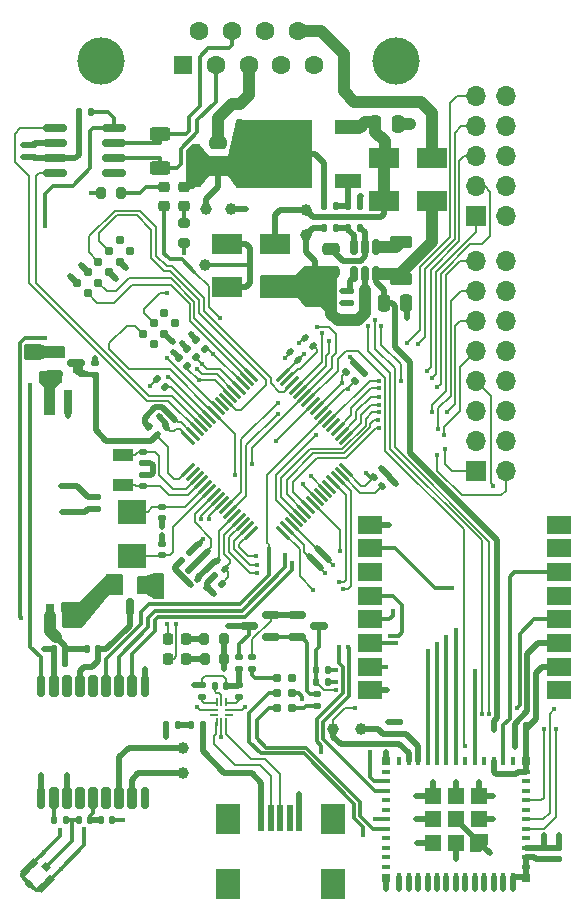
<source format=gbr>
%TF.GenerationSoftware,KiCad,Pcbnew,(6.0.9)*%
%TF.CreationDate,2023-01-07T15:13:03-07:00*%
%TF.ProjectId,gd32-devboard,67643332-2d64-4657-9662-6f6172642e6b,rev?*%
%TF.SameCoordinates,Original*%
%TF.FileFunction,Copper,L1,Top*%
%TF.FilePolarity,Positive*%
%FSLAX46Y46*%
G04 Gerber Fmt 4.6, Leading zero omitted, Abs format (unit mm)*
G04 Created by KiCad (PCBNEW (6.0.9)) date 2023-01-07 15:13:03*
%MOMM*%
%LPD*%
G01*
G04 APERTURE LIST*
G04 Aperture macros list*
%AMRoundRect*
0 Rectangle with rounded corners*
0 $1 Rounding radius*
0 $2 $3 $4 $5 $6 $7 $8 $9 X,Y pos of 4 corners*
0 Add a 4 corners polygon primitive as box body*
4,1,4,$2,$3,$4,$5,$6,$7,$8,$9,$2,$3,0*
0 Add four circle primitives for the rounded corners*
1,1,$1+$1,$2,$3*
1,1,$1+$1,$4,$5*
1,1,$1+$1,$6,$7*
1,1,$1+$1,$8,$9*
0 Add four rect primitives between the rounded corners*
20,1,$1+$1,$2,$3,$4,$5,0*
20,1,$1+$1,$4,$5,$6,$7,0*
20,1,$1+$1,$6,$7,$8,$9,0*
20,1,$1+$1,$8,$9,$2,$3,0*%
%AMRotRect*
0 Rectangle, with rotation*
0 The origin of the aperture is its center*
0 $1 length*
0 $2 width*
0 $3 Rotation angle, in degrees counterclockwise*
0 Add horizontal line*
21,1,$1,$2,0,0,$3*%
%AMFreePoly0*
4,1,15,-0.124998,0.730000,0.725000,0.730000,0.728536,0.728536,0.730000,0.725000,0.730000,-0.725000,0.728536,-0.728536,0.725000,-0.730000,-0.725000,-0.730000,-0.728536,-0.728536,-0.730000,-0.725000,-0.730001,0.125000,-0.728536,0.128536,-0.128536,0.728536,-0.125000,0.730001,-0.124998,0.730000,-0.124998,0.730000,$1*%
%AMFreePoly1*
4,1,19,0.330354,0.790354,0.330500,0.790000,0.330501,0.270000,0.330352,0.269645,0.250500,0.189792,0.250500,-0.189792,0.330354,-0.269646,0.330500,-0.270002,0.330500,-0.790000,0.330354,-0.790354,0.330000,-0.790500,-0.250000,-0.790500,-0.250354,-0.790354,-0.250500,-0.790000,-0.250500,0.790000,-0.250354,0.790354,-0.250000,0.790500,0.330000,0.790500,0.330354,0.790354,0.330354,0.790354,
$1*%
%AMFreePoly2*
4,1,19,0.250354,0.790354,0.250500,0.790000,0.250500,-0.790000,0.250354,-0.790354,0.250000,-0.790500,-0.330000,-0.790500,-0.330354,-0.790354,-0.330500,-0.790000,-0.330501,-0.270000,-0.330354,-0.269646,-0.250500,-0.189793,-0.250500,0.189793,-0.330354,0.269646,-0.330500,0.270002,-0.330500,0.790000,-0.330354,0.790354,-0.330000,0.790500,0.250000,0.790500,0.250354,0.790354,0.250354,0.790354,
$1*%
G04 Aperture macros list end*
%TA.AperFunction,SMDPad,CuDef*%
%ADD10R,0.800000X0.400000*%
%TD*%
%TA.AperFunction,SMDPad,CuDef*%
%ADD11R,0.400000X0.800000*%
%TD*%
%TA.AperFunction,SMDPad,CuDef*%
%ADD12FreePoly0,180.000000*%
%TD*%
%TA.AperFunction,SMDPad,CuDef*%
%ADD13R,1.450000X1.450000*%
%TD*%
%TA.AperFunction,SMDPad,CuDef*%
%ADD14R,0.700000X0.700000*%
%TD*%
%TA.AperFunction,SMDPad,CuDef*%
%ADD15RoundRect,0.140000X-0.170000X0.140000X-0.170000X-0.140000X0.170000X-0.140000X0.170000X0.140000X0*%
%TD*%
%TA.AperFunction,SMDPad,CuDef*%
%ADD16RoundRect,0.140000X0.219203X0.021213X0.021213X0.219203X-0.219203X-0.021213X-0.021213X-0.219203X0*%
%TD*%
%TA.AperFunction,SMDPad,CuDef*%
%ADD17RoundRect,0.135000X-0.035355X0.226274X-0.226274X0.035355X0.035355X-0.226274X0.226274X-0.035355X0*%
%TD*%
%TA.AperFunction,SMDPad,CuDef*%
%ADD18RoundRect,0.140000X-0.140000X-0.170000X0.140000X-0.170000X0.140000X0.170000X-0.140000X0.170000X0*%
%TD*%
%TA.AperFunction,SMDPad,CuDef*%
%ADD19R,1.800000X1.000000*%
%TD*%
%TA.AperFunction,SMDPad,CuDef*%
%ADD20R,0.800000X2.000000*%
%TD*%
%TA.AperFunction,SMDPad,CuDef*%
%ADD21RoundRect,0.250000X-0.250000X-0.475000X0.250000X-0.475000X0.250000X0.475000X-0.250000X0.475000X0*%
%TD*%
%TA.AperFunction,SMDPad,CuDef*%
%ADD22RoundRect,0.140000X0.140000X0.170000X-0.140000X0.170000X-0.140000X-0.170000X0.140000X-0.170000X0*%
%TD*%
%TA.AperFunction,ConnectorPad*%
%ADD23C,0.787400*%
%TD*%
%TA.AperFunction,SMDPad,CuDef*%
%ADD24R,2.000000X1.500000*%
%TD*%
%TA.AperFunction,SMDPad,CuDef*%
%ADD25C,1.000000*%
%TD*%
%TA.AperFunction,ComponentPad*%
%ADD26R,1.700000X1.700000*%
%TD*%
%TA.AperFunction,ComponentPad*%
%ADD27O,1.700000X1.700000*%
%TD*%
%TA.AperFunction,SMDPad,CuDef*%
%ADD28RoundRect,0.150000X-0.150000X0.512500X-0.150000X-0.512500X0.150000X-0.512500X0.150000X0.512500X0*%
%TD*%
%TA.AperFunction,SMDPad,CuDef*%
%ADD29RoundRect,0.218750X-0.256250X0.218750X-0.256250X-0.218750X0.256250X-0.218750X0.256250X0.218750X0*%
%TD*%
%TA.AperFunction,SMDPad,CuDef*%
%ADD30RoundRect,0.140000X0.021213X-0.219203X0.219203X-0.021213X-0.021213X0.219203X-0.219203X0.021213X0*%
%TD*%
%TA.AperFunction,SMDPad,CuDef*%
%ADD31RoundRect,0.135000X-0.185000X0.135000X-0.185000X-0.135000X0.185000X-0.135000X0.185000X0.135000X0*%
%TD*%
%TA.AperFunction,ComponentPad*%
%ADD32C,4.000000*%
%TD*%
%TA.AperFunction,ComponentPad*%
%ADD33R,1.600000X1.600000*%
%TD*%
%TA.AperFunction,ComponentPad*%
%ADD34C,1.600000*%
%TD*%
%TA.AperFunction,SMDPad,CuDef*%
%ADD35RoundRect,0.135000X-0.135000X-0.185000X0.135000X-0.185000X0.135000X0.185000X-0.135000X0.185000X0*%
%TD*%
%TA.AperFunction,SMDPad,CuDef*%
%ADD36R,2.500000X1.800000*%
%TD*%
%TA.AperFunction,SMDPad,CuDef*%
%ADD37RoundRect,0.140000X-0.021213X0.219203X-0.219203X0.021213X0.021213X-0.219203X0.219203X-0.021213X0*%
%TD*%
%TA.AperFunction,SMDPad,CuDef*%
%ADD38RoundRect,0.150000X0.587500X0.150000X-0.587500X0.150000X-0.587500X-0.150000X0.587500X-0.150000X0*%
%TD*%
%TA.AperFunction,SMDPad,CuDef*%
%ADD39RoundRect,0.135000X-0.226274X-0.035355X-0.035355X-0.226274X0.226274X0.035355X0.035355X0.226274X0*%
%TD*%
%TA.AperFunction,SMDPad,CuDef*%
%ADD40RoundRect,0.150000X-0.587500X-0.150000X0.587500X-0.150000X0.587500X0.150000X-0.587500X0.150000X0*%
%TD*%
%TA.AperFunction,SMDPad,CuDef*%
%ADD41RoundRect,0.175000X-0.175000X0.725000X-0.175000X-0.725000X0.175000X-0.725000X0.175000X0.725000X0*%
%TD*%
%TA.AperFunction,SMDPad,CuDef*%
%ADD42RoundRect,0.200000X-0.200000X0.700000X-0.200000X-0.700000X0.200000X-0.700000X0.200000X0.700000X0*%
%TD*%
%TA.AperFunction,SMDPad,CuDef*%
%ADD43R,0.762000X0.254000*%
%TD*%
%TA.AperFunction,SMDPad,CuDef*%
%ADD44R,0.254000X0.762000*%
%TD*%
%TA.AperFunction,SMDPad,CuDef*%
%ADD45RoundRect,0.200000X0.275000X-0.200000X0.275000X0.200000X-0.275000X0.200000X-0.275000X-0.200000X0*%
%TD*%
%TA.AperFunction,SMDPad,CuDef*%
%ADD46RoundRect,0.140000X0.170000X-0.140000X0.170000X0.140000X-0.170000X0.140000X-0.170000X-0.140000X0*%
%TD*%
%TA.AperFunction,SMDPad,CuDef*%
%ADD47R,2.200000X1.200000*%
%TD*%
%TA.AperFunction,SMDPad,CuDef*%
%ADD48R,6.400000X5.800000*%
%TD*%
%TA.AperFunction,SMDPad,CuDef*%
%ADD49RoundRect,0.135000X0.135000X0.185000X-0.135000X0.185000X-0.135000X-0.185000X0.135000X-0.185000X0*%
%TD*%
%TA.AperFunction,SMDPad,CuDef*%
%ADD50RoundRect,0.075000X-0.441942X-0.548008X0.548008X0.441942X0.441942X0.548008X-0.548008X-0.441942X0*%
%TD*%
%TA.AperFunction,SMDPad,CuDef*%
%ADD51RoundRect,0.075000X0.441942X-0.548008X0.548008X-0.441942X-0.441942X0.548008X-0.548008X0.441942X0*%
%TD*%
%TA.AperFunction,SMDPad,CuDef*%
%ADD52RoundRect,0.135000X0.185000X-0.135000X0.185000X0.135000X-0.185000X0.135000X-0.185000X-0.135000X0*%
%TD*%
%TA.AperFunction,SMDPad,CuDef*%
%ADD53R,2.400000X2.000000*%
%TD*%
%TA.AperFunction,SMDPad,CuDef*%
%ADD54RotRect,0.600000X0.550000X135.000000*%
%TD*%
%TA.AperFunction,SMDPad,CuDef*%
%ADD55FreePoly1,135.000000*%
%TD*%
%TA.AperFunction,SMDPad,CuDef*%
%ADD56RotRect,0.500000X0.500000X135.000000*%
%TD*%
%TA.AperFunction,SMDPad,CuDef*%
%ADD57FreePoly2,135.000000*%
%TD*%
%TA.AperFunction,SMDPad,CuDef*%
%ADD58RoundRect,0.250000X0.475000X-0.250000X0.475000X0.250000X-0.475000X0.250000X-0.475000X-0.250000X0*%
%TD*%
%TA.AperFunction,SMDPad,CuDef*%
%ADD59R,0.500000X2.300000*%
%TD*%
%TA.AperFunction,SMDPad,CuDef*%
%ADD60R,2.000000X2.500000*%
%TD*%
%TA.AperFunction,SMDPad,CuDef*%
%ADD61RoundRect,0.250000X0.700000X-0.275000X0.700000X0.275000X-0.700000X0.275000X-0.700000X-0.275000X0*%
%TD*%
%TA.AperFunction,SMDPad,CuDef*%
%ADD62RoundRect,0.147500X0.226274X0.017678X0.017678X0.226274X-0.226274X-0.017678X-0.017678X-0.226274X0*%
%TD*%
%TA.AperFunction,SMDPad,CuDef*%
%ADD63RoundRect,0.147500X0.147500X0.172500X-0.147500X0.172500X-0.147500X-0.172500X0.147500X-0.172500X0*%
%TD*%
%TA.AperFunction,SMDPad,CuDef*%
%ADD64RoundRect,0.218750X0.218750X0.256250X-0.218750X0.256250X-0.218750X-0.256250X0.218750X-0.256250X0*%
%TD*%
%TA.AperFunction,SMDPad,CuDef*%
%ADD65RoundRect,0.150000X-0.150000X0.587500X-0.150000X-0.587500X0.150000X-0.587500X0.150000X0.587500X0*%
%TD*%
%TA.AperFunction,SMDPad,CuDef*%
%ADD66RoundRect,0.150000X-0.825000X-0.150000X0.825000X-0.150000X0.825000X0.150000X-0.825000X0.150000X0*%
%TD*%
%TA.AperFunction,SMDPad,CuDef*%
%ADD67RoundRect,0.250000X-0.625000X0.312500X-0.625000X-0.312500X0.625000X-0.312500X0.625000X0.312500X0*%
%TD*%
%TA.AperFunction,SMDPad,CuDef*%
%ADD68RoundRect,0.200000X0.200000X0.275000X-0.200000X0.275000X-0.200000X-0.275000X0.200000X-0.275000X0*%
%TD*%
%TA.AperFunction,ViaPad*%
%ADD69C,0.450000*%
%TD*%
%TA.AperFunction,ViaPad*%
%ADD70C,0.800000*%
%TD*%
%TA.AperFunction,Conductor*%
%ADD71C,0.305800*%
%TD*%
%TA.AperFunction,Conductor*%
%ADD72C,0.500000*%
%TD*%
%TA.AperFunction,Conductor*%
%ADD73C,1.000000*%
%TD*%
%TA.AperFunction,Conductor*%
%ADD74C,0.200000*%
%TD*%
%TA.AperFunction,Conductor*%
%ADD75C,0.180000*%
%TD*%
G04 APERTURE END LIST*
D10*
%TO.P,U302,1,GND*%
%TO.N,GND*%
X62511204Y-104656204D03*
%TO.P,U302,2,GND*%
X62511204Y-103856204D03*
%TO.P,U302,3,3V3*%
%TO.N,+3V3*%
X62511204Y-103056204D03*
%TO.P,U302,4,NC*%
%TO.N,unconnected-(U302-Pad4)*%
X62511204Y-102256204D03*
%TO.P,U302,5,IO2*%
%TO.N,/Wireless/LORA_MISO*%
X62511204Y-101456204D03*
%TO.P,U302,6,IO3*%
%TO.N,/Wireless/LORA_BUSY*%
X62511204Y-100656204D03*
%TO.P,U302,7,NC*%
%TO.N,unconnected-(U302-Pad7)*%
X62511204Y-99856204D03*
%TO.P,U302,8,EN*%
%TO.N,/Wireless/HCI_EN*%
X62511204Y-99056204D03*
%TO.P,U302,9,NC*%
%TO.N,unconnected-(U302-Pad9)*%
X62511204Y-98256204D03*
%TO.P,U302,10,NC*%
%TO.N,unconnected-(U302-Pad10)*%
X62511204Y-97456204D03*
%TO.P,U302,11,GND*%
%TO.N,GND*%
X62511204Y-96656204D03*
D11*
%TO.P,U302,12,IO0*%
%TO.N,unconnected-(U302-Pad12)*%
X61411204Y-95756204D03*
%TO.P,U302,13,IO1*%
%TO.N,/Wireless/LORA_DIO1*%
X60611204Y-95756204D03*
%TO.P,U302,14,GND*%
%TO.N,GND*%
X59811204Y-95756204D03*
%TO.P,U302,15,NC*%
%TO.N,unconnected-(U302-Pad15)*%
X59011204Y-95756204D03*
%TO.P,U302,16,IO10*%
%TO.N,/Wireless/LORA_NSS*%
X58211204Y-95756204D03*
%TO.P,U302,17,NC*%
%TO.N,unconnected-(U302-Pad17)*%
X57411204Y-95756204D03*
%TO.P,U302,18,IO4*%
%TO.N,/Base/USART2_RX*%
X56611204Y-95756204D03*
%TO.P,U302,19,IO5*%
%TO.N,/Base/USART2_TX*%
X55811204Y-95756204D03*
%TO.P,U302,20,IO6*%
%TO.N,/Wireless/LORA_SCK*%
X55011204Y-95756204D03*
%TO.P,U302,21,IO7*%
%TO.N,/Wireless/LORA_MOSI*%
X54211204Y-95756204D03*
%TO.P,U302,22,IO8*%
%TO.N,/Wireless/IO8*%
X53411204Y-95756204D03*
%TO.P,U302,23,IO9*%
%TO.N,/Wireless/IO9*%
X52611204Y-95756204D03*
%TO.P,U302,24,NC*%
%TO.N,unconnected-(U302-Pad24)*%
X51811204Y-95756204D03*
D10*
%TO.P,U302,25,NC*%
%TO.N,unconnected-(U302-Pad25)*%
X50711204Y-96656204D03*
%TO.P,U302,26,IO18*%
%TO.N,/Base/USART2_CTS*%
X50711204Y-97456204D03*
%TO.P,U302,27,IO19*%
%TO.N,/Base/USART2_RTS*%
X50711204Y-98256204D03*
%TO.P,U302,28,NC*%
%TO.N,unconnected-(U302-Pad28)*%
X50711204Y-99056204D03*
%TO.P,U302,29,NC*%
%TO.N,unconnected-(U302-Pad29)*%
X50711204Y-99856204D03*
%TO.P,U302,30,RXD0*%
%TO.N,/Wireless/PROG_RX*%
X50711204Y-100656204D03*
%TO.P,U302,31,TXD0*%
%TO.N,/Wireless/PROG_TX*%
X50711204Y-101456204D03*
%TO.P,U302,32,NC*%
%TO.N,unconnected-(U302-Pad32)*%
X50711204Y-102256204D03*
%TO.P,U302,33,NC*%
%TO.N,unconnected-(U302-Pad33)*%
X50711204Y-103056204D03*
%TO.P,U302,34,NC*%
%TO.N,unconnected-(U302-Pad34)*%
X50711204Y-103856204D03*
%TO.P,U302,35,NC*%
%TO.N,unconnected-(U302-Pad35)*%
X50711204Y-104656204D03*
D11*
%TO.P,U302,36,GND*%
%TO.N,GND*%
X51811204Y-105556204D03*
%TO.P,U302,37,GND*%
X52611204Y-105556204D03*
%TO.P,U302,38,GND*%
X53411204Y-105556204D03*
%TO.P,U302,39,GND*%
X54211204Y-105556204D03*
%TO.P,U302,40,GND*%
X55011204Y-105556204D03*
%TO.P,U302,41,GND*%
X55811204Y-105556204D03*
%TO.P,U302,42,GND*%
X56611204Y-105556204D03*
%TO.P,U302,43,GND*%
X57411204Y-105556204D03*
%TO.P,U302,44,GND*%
X58211204Y-105556204D03*
%TO.P,U302,45,GND*%
X59011204Y-105556204D03*
%TO.P,U302,46,GND*%
X59811204Y-105556204D03*
%TO.P,U302,47,GND*%
X60611204Y-105556204D03*
%TO.P,U302,48,GND*%
X61411204Y-105556204D03*
D12*
%TO.P,U302,49_1,GND*%
X58586204Y-102631204D03*
D13*
%TO.P,U302,49_2,GND*%
X56611204Y-102631204D03*
%TO.P,U302,49_3,GND*%
X54636204Y-102631204D03*
%TO.P,U302,49_4,GND*%
X54636204Y-100656204D03*
%TO.P,U302,49_5,GND*%
X54636204Y-98681204D03*
%TO.P,U302,49_6,GND*%
X56611204Y-98681204D03*
%TO.P,U302,49_7,GND*%
X58586204Y-98681204D03*
%TO.P,U302,49_8,GND*%
X58586204Y-100656204D03*
%TO.P,U302,49_9,GND*%
X56611204Y-100656204D03*
D14*
%TO.P,U302,50,GND*%
X50661204Y-105606204D03*
%TO.P,U302,51,GND*%
X50661204Y-95706204D03*
%TO.P,U302,52,GND*%
X62561204Y-95706204D03*
%TO.P,U302,53,GND*%
X62561204Y-105606204D03*
%TD*%
D15*
%TO.P,C701,1*%
%TO.N,+3V3*%
X26186204Y-73403796D03*
%TO.P,C701,2*%
%TO.N,GND*%
X26186204Y-74363796D03*
%TD*%
D16*
%TO.P,C207,1*%
%TO.N,/Base/VCAP_2*%
X44480696Y-60552757D03*
%TO.P,C207,2*%
%TO.N,GND*%
X43801874Y-59873935D03*
%TD*%
D17*
%TO.P,R702,1*%
%TO.N,+3V3*%
X48828651Y-62839046D03*
%TO.P,R702,2*%
%TO.N,/Storage/DAT0*%
X48107403Y-63560294D03*
%TD*%
D15*
%TO.P,C205,1*%
%TO.N,/Base/HSI_IN*%
X31706204Y-74223796D03*
%TO.P,C205,2*%
%TO.N,GND*%
X31706204Y-75183796D03*
%TD*%
%TO.P,C306,1*%
%TO.N,+3V3*%
X64076204Y-103093795D03*
%TO.P,C306,2*%
%TO.N,GND*%
X64076204Y-104053795D03*
%TD*%
D18*
%TO.P,C310,1*%
%TO.N,+3V3*%
X61593795Y-93843796D03*
%TO.P,C310,2*%
%TO.N,GND*%
X62553795Y-93843796D03*
%TD*%
D19*
%TO.P,Y201,1,1*%
%TO.N,/Base/RCC_OSC32_OUT*%
X28406204Y-72343796D03*
%TO.P,Y201,2,2*%
%TO.N,/Base/RCC_OSC32_IN*%
X28406204Y-69843796D03*
%TD*%
D20*
%TO.P,BT201,1,+*%
%TO.N,Net-(BT201-Pad1)*%
X22230000Y-65350000D03*
%TO.P,BT201,2,-*%
%TO.N,GND*%
X23730000Y-65350000D03*
%TD*%
D21*
%TO.P,C403,1*%
%TO.N,/Power/USB_VBUS*%
X50527450Y-56965009D03*
%TO.P,C403,2*%
%TO.N,GND*%
X52427450Y-56965009D03*
%TD*%
D22*
%TO.P,C302,1*%
%TO.N,GND*%
X23553795Y-87446204D03*
%TO.P,C302,2*%
%TO.N,+3V3*%
X22593795Y-87446204D03*
%TD*%
D23*
%TO.P,J301,1,Pin_1*%
%TO.N,/Wireless/PROG_DTR*%
X41431203Y-88733795D03*
%TO.P,J301,2,Pin_2*%
%TO.N,unconnected-(J301-Pad2)*%
X42701203Y-88733795D03*
%TO.P,J301,3,Pin_3*%
%TO.N,/Wireless/PROG_RX*%
X41431203Y-90003795D03*
%TO.P,J301,4,Pin_4*%
%TO.N,GND*%
X42701203Y-90003795D03*
%TO.P,J301,5,Pin_5*%
%TO.N,/Wireless/PROG_TX*%
X41431203Y-91273795D03*
%TO.P,J301,6,Pin_6*%
%TO.N,/Wireless/PROG_RTS*%
X42701203Y-91273795D03*
%TD*%
D16*
%TO.P,C215,1*%
%TO.N,+3.3VA*%
X37024517Y-79447098D03*
%TO.P,C215,2*%
%TO.N,GND*%
X36345695Y-78768276D03*
%TD*%
D24*
%TO.P,U304,1,ANT*%
%TO.N,unconnected-(U304-Pad1)*%
X65340000Y-89730000D03*
%TO.P,U304,2,GND*%
%TO.N,GND*%
X65340000Y-87730000D03*
%TO.P,U304,3,VCC*%
%TO.N,+3V3*%
X65340000Y-85730000D03*
%TO.P,U304,4,~{RESET}*%
%TO.N,/Wireless/IO9*%
X65340000Y-83730000D03*
%TO.P,U304,5,TXEN*%
%TO.N,unconnected-(U304-Pad5)*%
X65340000Y-81730000D03*
%TO.P,U304,6,DIO1*%
%TO.N,/Wireless/LORA_DIO1*%
X65340000Y-79730000D03*
%TO.P,U304,7,DIO2*%
%TO.N,/Wireless/LORA_DIO2*%
X65340000Y-77730000D03*
%TO.P,U304,8,DIO3*%
%TO.N,/Wireless/LORA_DIO3*%
X65340000Y-75730000D03*
%TO.P,U304,9,GND*%
%TO.N,GND*%
X49340000Y-75730000D03*
%TO.P,U304,10,BUSY*%
%TO.N,/Wireless/LORA_BUSY*%
X49340000Y-77730000D03*
%TO.P,U304,11,RXEN*%
%TO.N,unconnected-(U304-Pad11)*%
X49340000Y-79730000D03*
%TO.P,U304,12,SCK*%
%TO.N,/Wireless/LORA_SCK*%
X49340000Y-81730000D03*
%TO.P,U304,13,MISO*%
%TO.N,/Wireless/LORA_MISO*%
X49340000Y-83730000D03*
%TO.P,U304,14,MOSI*%
%TO.N,/Wireless/LORA_MOSI*%
X49340000Y-85730000D03*
%TO.P,U304,15,NSS*%
%TO.N,/Wireless/LORA_NSS*%
X49340000Y-87730000D03*
%TO.P,U304,16,GND*%
%TO.N,GND*%
X49340000Y-89730000D03*
%TD*%
D25*
%TO.P,TP301,1,1*%
%TO.N,/Wireless/GPS_SDA*%
X33466205Y-94586204D03*
%TD*%
D26*
%TO.P,J901,1,Pin_1*%
%TO.N,/Base/SPI2_SCK*%
X58300000Y-49620000D03*
D27*
%TO.P,J901,2,Pin_2*%
%TO.N,GND*%
X60840000Y-49620000D03*
%TO.P,J901,3,Pin_3*%
%TO.N,/Base/SPI2_NSS*%
X58300000Y-47080000D03*
%TO.P,J901,4,Pin_4*%
%TO.N,GND*%
X60840000Y-47080000D03*
%TO.P,J901,5,Pin_5*%
%TO.N,/Base/SPI2_INT*%
X58300000Y-44540000D03*
%TO.P,J901,6,Pin_6*%
%TO.N,GND*%
X60840000Y-44540000D03*
%TO.P,J901,7,Pin_7*%
%TO.N,/Base/SPI2_MOSI*%
X58300000Y-42000000D03*
%TO.P,J901,8,Pin_8*%
%TO.N,GND*%
X60840000Y-42000000D03*
%TO.P,J901,9,Pin_9*%
%TO.N,/Base/SPI2_MISO*%
X58300000Y-39460000D03*
%TO.P,J901,10,Pin_10*%
%TO.N,GND*%
X60840000Y-39460000D03*
%TD*%
D28*
%TO.P,U402,1,SW*%
%TO.N,/Power/SW*%
X49842550Y-52196297D03*
%TO.P,U402,2,GND*%
%TO.N,GND*%
X48892550Y-52196297D03*
%TO.P,U402,3,FB*%
%TO.N,/Power/FB*%
X47942550Y-52196297D03*
%TO.P,U402,4,EN*%
%TO.N,/Base/BOOST_EN*%
X47942550Y-54471297D03*
%TO.P,U402,5,VOUT*%
%TO.N,/Power/VOUT*%
X48892550Y-54471297D03*
%TO.P,U402,6,VI*%
%TO.N,/Power/USB_VBUS*%
X49842550Y-54471297D03*
%TD*%
D29*
%TO.P,D405,1,K*%
%TO.N,+3V3*%
X33550000Y-47137500D03*
%TO.P,D405,2,A*%
%TO.N,Net-(D405-Pad2)*%
X33550000Y-48712500D03*
%TD*%
D18*
%TO.P,C303,1*%
%TO.N,GND*%
X25363796Y-86203796D03*
%TO.P,C303,2*%
%TO.N,/Wireless/GPS_VBACKUP*%
X26323796Y-86203796D03*
%TD*%
D30*
%TO.P,C214,1*%
%TO.N,+3V3*%
X32077465Y-67438198D03*
%TO.P,C214,2*%
%TO.N,GND*%
X32756287Y-66759376D03*
%TD*%
D31*
%TO.P,R306,1*%
%TO.N,+3V3*%
X51811204Y-92406204D03*
%TO.P,R306,2*%
%TO.N,/Wireless/IO8*%
X51811204Y-93426204D03*
%TD*%
D18*
%TO.P,C304,1*%
%TO.N,/Wireless/VCC_RF*%
X26520000Y-100740000D03*
%TO.P,C304,2*%
%TO.N,GND*%
X27480000Y-100740000D03*
%TD*%
D32*
%TO.P,J401,0,PAD*%
%TO.N,unconnected-(J401-Pad0)*%
X26556205Y-36496866D03*
X51556205Y-36496866D03*
D33*
%TO.P,J401,1,1*%
%TO.N,unconnected-(J401-Pad1)*%
X33516205Y-36796866D03*
D34*
%TO.P,J401,2,2*%
%TO.N,/CAN/CAN_L*%
X36286205Y-36796866D03*
%TO.P,J401,3,3*%
%TO.N,GND*%
X39056205Y-36796866D03*
%TO.P,J401,4,4*%
%TO.N,unconnected-(J401-Pad4)*%
X41826205Y-36796866D03*
%TO.P,J401,5,5*%
%TO.N,unconnected-(J401-Pad5)*%
X44596205Y-36796866D03*
%TO.P,J401,6,6*%
%TO.N,unconnected-(J401-Pad6)*%
X34901205Y-33956866D03*
%TO.P,J401,7,7*%
%TO.N,/CAN/CAN_H*%
X37671205Y-33956866D03*
%TO.P,J401,8,8*%
%TO.N,unconnected-(J401-Pad8)*%
X40441205Y-33956866D03*
%TO.P,J401,9,9*%
%TO.N,/Power/12VIN*%
X43211205Y-33956866D03*
%TD*%
D35*
%TO.P,R308,1*%
%TO.N,/Wireless/GPS_RF_IN*%
X22590000Y-100750000D03*
%TO.P,R308,2*%
%TO.N,/Wireless/ACT_ANT_IN*%
X23610000Y-100750000D03*
%TD*%
D36*
%TO.P,D403,1,K*%
%TO.N,+12V*%
X37263796Y-55616204D03*
%TO.P,D403,2,A*%
%TO.N,/Power/VOUT*%
X41263796Y-55616204D03*
%TD*%
D37*
%TO.P,C210,1*%
%TO.N,+3V3*%
X45746535Y-78614087D03*
%TO.P,C210,2*%
%TO.N,GND*%
X45067713Y-79292909D03*
%TD*%
D38*
%TO.P,Q302,1,B*%
%TO.N,Net-(Q301-Pad2)*%
X40933703Y-85253796D03*
%TO.P,Q302,2,E*%
%TO.N,Net-(Q301-Pad1)*%
X40933703Y-83353796D03*
%TO.P,Q302,3,C*%
%TO.N,/Wireless/IO9*%
X39058703Y-84303796D03*
%TD*%
D39*
%TO.P,R203,1*%
%TO.N,GND*%
X31291782Y-63346482D03*
%TO.P,R203,2*%
%TO.N,/Base/BOOT0*%
X32013030Y-64067730D03*
%TD*%
D29*
%TO.P,D204,1,K*%
%TO.N,/Base/LED_STATUS_ANODE*%
X31925000Y-47137500D03*
%TO.P,D204,2,A*%
%TO.N,/Base/LED_STATUS*%
X31925000Y-48712500D03*
%TD*%
D39*
%TO.P,R202,1*%
%TO.N,GND*%
X34087071Y-78042171D03*
%TO.P,R202,2*%
%TO.N,/Base/~{RESET}*%
X34808319Y-78763419D03*
%TD*%
D15*
%TO.P,C308,1*%
%TO.N,+3V3*%
X65276205Y-103093795D03*
%TO.P,C308,2*%
%TO.N,GND*%
X65276205Y-104053795D03*
%TD*%
D40*
%TO.P,D201,1*%
%TO.N,+3V3*%
X22546296Y-61093796D03*
%TO.P,D201,2*%
%TO.N,Net-(BT201-Pad1)*%
X22546296Y-62993796D03*
%TO.P,D201,3*%
%TO.N,/Base/VBAT*%
X24421296Y-62043796D03*
%TD*%
D25*
%TO.P,TP404,1,1*%
%TO.N,GND*%
X37567129Y-48983796D03*
%TD*%
D41*
%TO.P,U301,1,GND*%
%TO.N,GND*%
X30280000Y-89340000D03*
D42*
%TO.P,U301,2,TXD*%
%TO.N,/Base/USART3_RX*%
X29180000Y-89340000D03*
%TO.P,U301,3,RXD*%
%TO.N,/Base/USART3_TX*%
X28080000Y-89340000D03*
%TO.P,U301,4,TIMEPULSE*%
%TO.N,/Base/GPS_PPS*%
X26980000Y-89340000D03*
%TO.P,U301,5,EXTINT*%
%TO.N,unconnected-(U301-Pad5)*%
X25880000Y-89340000D03*
%TO.P,U301,6,V_BCKP*%
%TO.N,/Wireless/GPS_VBACKUP*%
X24780000Y-89340000D03*
%TO.P,U301,7,VCC_IO*%
%TO.N,unconnected-(U301-Pad7)*%
X23680000Y-89340000D03*
%TO.P,U301,8,VCC*%
%TO.N,+3V3*%
X22580000Y-89340000D03*
D41*
%TO.P,U301,9,~{RESET}*%
%TO.N,/Base/~{GPS_RESET}*%
X21480000Y-89340000D03*
%TO.P,U301,10,GND*%
%TO.N,GND*%
X21480000Y-98840000D03*
D42*
%TO.P,U301,11,RF_IN*%
%TO.N,/Wireless/GPS_RF_IN*%
X22580000Y-98840000D03*
%TO.P,U301,12,GND*%
%TO.N,GND*%
X23680000Y-98840000D03*
%TO.P,U301,13,LNA_EN*%
%TO.N,unconnected-(U301-Pad13)*%
X24780000Y-98840000D03*
%TO.P,U301,14,VCC_RF*%
%TO.N,/Wireless/VCC_RF*%
X25880000Y-98840000D03*
%TO.P,U301,15,Reserved*%
%TO.N,unconnected-(U301-Pad15)*%
X26980000Y-98840000D03*
%TO.P,U301,16,SDA*%
%TO.N,/Wireless/GPS_SDA*%
X28080000Y-98840000D03*
%TO.P,U301,17,SCL*%
%TO.N,/Wireless/GPS_SCL*%
X29180000Y-98840000D03*
D41*
%TO.P,U301,18,~{SAFEBOOT}*%
%TO.N,unconnected-(U301-Pad18)*%
X30280000Y-98840000D03*
%TD*%
D43*
%TO.P,U601,1,D1+*%
%TO.N,/Base/USB_DM*%
X36089403Y-91393405D03*
%TO.P,U601,2,D2+*%
%TO.N,/USB/D2_M*%
X36089403Y-91799805D03*
D44*
%TO.P,U601,3,D+*%
%TO.N,/USB/USB_CON_DM*%
X36343403Y-92460205D03*
%TO.P,U601,4,GND*%
%TO.N,/USB/USB_ESD_GND*%
X36749803Y-92460205D03*
%TO.P,U601,5,D-*%
%TO.N,/USB/USB_CON_DP*%
X37156203Y-92460205D03*
D43*
%TO.P,U601,6,D2-*%
%TO.N,/USB/D2_P*%
X37410203Y-91799805D03*
%TO.P,U601,7,D1-*%
%TO.N,/Base/USB_DP*%
X37410203Y-91393405D03*
D44*
%TO.P,U601,8,~OE*%
%TO.N,/USB/DEN*%
X37156203Y-90733005D03*
%TO.P,U601,9,VCC*%
%TO.N,/USB/USB_ESD_VCC*%
X36749803Y-90733005D03*
%TO.P,U601,10,S*%
%TO.N,/USB/DSEL*%
X36343403Y-90733005D03*
%TD*%
D31*
%TO.P,R301,1*%
%TO.N,Net-(Q301-Pad1)*%
X39336204Y-86923796D03*
%TO.P,R301,2*%
%TO.N,/Wireless/PROG_DTR*%
X39336204Y-87943796D03*
%TD*%
D26*
%TO.P,J801,1,Pin_1*%
%TO.N,/Base/USART1_RX*%
X58300000Y-71200001D03*
D27*
%TO.P,J801,2,Pin_2*%
%TO.N,/Base/USART1_TX*%
X60840000Y-71200001D03*
%TO.P,J801,3,Pin_3*%
%TO.N,/Base/SPI1_INT*%
X58300000Y-68660001D03*
%TO.P,J801,4,Pin_4*%
%TO.N,GND*%
X60840000Y-68660001D03*
%TO.P,J801,5,Pin_5*%
%TO.N,/Base/BOOT1*%
X58300000Y-66120001D03*
%TO.P,J801,6,Pin_6*%
%TO.N,GND*%
X60840000Y-66120001D03*
%TO.P,J801,7,Pin_7*%
%TO.N,/Base/SPI1_IO1*%
X58300000Y-63580001D03*
%TO.P,J801,8,Pin_8*%
%TO.N,GND*%
X60840000Y-63580001D03*
%TO.P,J801,9,Pin_9*%
%TO.N,/Base/SPI1_NSS*%
X58300000Y-61040001D03*
%TO.P,J801,10,Pin_10*%
%TO.N,GND*%
X60840000Y-61040001D03*
%TO.P,J801,11,Pin_11*%
%TO.N,/Base/SPI1_MISO*%
X58300000Y-58500001D03*
%TO.P,J801,12,Pin_12*%
%TO.N,GND*%
X60840000Y-58500001D03*
%TO.P,J801,13,Pin_13*%
%TO.N,/Base/SPI1_MOSI*%
X58300000Y-55960001D03*
%TO.P,J801,14,Pin_14*%
%TO.N,GND*%
X60840000Y-55960001D03*
%TO.P,J801,15,Pin_15*%
%TO.N,/Base/SPI1_SCK*%
X58300000Y-53420001D03*
%TO.P,J801,16,Pin_16*%
%TO.N,GND*%
X60840000Y-53420001D03*
%TD*%
D45*
%TO.P,R408,1*%
%TO.N,GND*%
X33550000Y-51850000D03*
%TO.P,R408,2*%
%TO.N,Net-(D405-Pad2)*%
X33550000Y-50200000D03*
%TD*%
D46*
%TO.P,C208,1*%
%TO.N,/Base/VBAT*%
X26086204Y-63003796D03*
%TO.P,C208,2*%
%TO.N,GND*%
X26086204Y-62043796D03*
%TD*%
%TO.P,C204,1*%
%TO.N,/Base/RCC_OSC32_OUT*%
X30136204Y-72426204D03*
%TO.P,C204,2*%
%TO.N,GND*%
X30136204Y-71466204D03*
%TD*%
D25*
%TO.P,TP401,1,1*%
%TO.N,/Power/VIN*%
X43903796Y-49093796D03*
%TD*%
%TO.P,TP403,1,1*%
%TO.N,/Power/VOUT*%
X43903796Y-51173796D03*
%TD*%
D47*
%TO.P,U401,1,ADJ*%
%TO.N,/Power/ADJ*%
X47486204Y-46596204D03*
D48*
%TO.P,U401,2,VO*%
%TO.N,+3V3*%
X41186204Y-44316204D03*
D47*
%TO.P,U401,3,VI*%
%TO.N,/Power/VIN*%
X47486204Y-42036204D03*
%TD*%
D39*
%TO.P,R201,1*%
%TO.N,+3V3*%
X33328344Y-78800896D03*
%TO.P,R201,2*%
%TO.N,/Base/~{RESET}*%
X34049592Y-79522144D03*
%TD*%
D49*
%TO.P,R402,1*%
%TO.N,/Base/USB_VBUS*%
X33086205Y-92681204D03*
%TO.P,R402,2*%
%TO.N,GND*%
X32066205Y-92681204D03*
%TD*%
D50*
%TO.P,U201,1,VBAT*%
%TO.N,/Base/VBAT*%
X33969315Y-71074977D03*
%TO.P,U201,2,PC13*%
%TO.N,unconnected-(U201-Pad2)*%
X34322868Y-71428530D03*
%TO.P,U201,3,PC14*%
%TO.N,/Base/RCC_OSC32_IN*%
X34676421Y-71782083D03*
%TO.P,U201,4,PC15*%
%TO.N,/Base/RCC_OSC32_OUT*%
X35029975Y-72135637D03*
%TO.P,U201,5,PH0*%
%TO.N,/Base/HSI_IN*%
X35383528Y-72489190D03*
%TO.P,U201,6,PH1*%
%TO.N,/Base/HSI_OUT*%
X35737082Y-72842744D03*
%TO.P,U201,7,NRST*%
%TO.N,/Base/~{RESET}*%
X36090635Y-73196297D03*
%TO.P,U201,8,PC0*%
%TO.N,/Base/LED_ACT*%
X36444188Y-73549850D03*
%TO.P,U201,9,PC1*%
%TO.N,/Base/LED_LINK*%
X36797742Y-73903404D03*
%TO.P,U201,10,PC2*%
%TO.N,/Base/SPI2_MISO*%
X37151295Y-74256957D03*
%TO.P,U201,11,PC3*%
%TO.N,/Base/SPI2_MOSI*%
X37504848Y-74610510D03*
%TO.P,U201,12,VSSA*%
%TO.N,GND*%
X37858402Y-74964064D03*
%TO.P,U201,13,VDDA*%
%TO.N,+3.3VA*%
X38211955Y-75317617D03*
%TO.P,U201,14,PA0*%
%TO.N,/Base/USART2_CTS*%
X38565509Y-75671171D03*
%TO.P,U201,15,PA1*%
%TO.N,/Base/USART2_RTS*%
X38919062Y-76024724D03*
%TO.P,U201,16,PA2*%
%TO.N,/Base/USART2_TX*%
X39272615Y-76378277D03*
D51*
%TO.P,U201,17,PA3*%
%TO.N,/Base/USART2_RX*%
X41994977Y-76378277D03*
%TO.P,U201,18,VSS*%
%TO.N,GND*%
X42348530Y-76024724D03*
%TO.P,U201,19,VDD*%
%TO.N,+3V3*%
X42702083Y-75671171D03*
%TO.P,U201,20,PA4*%
%TO.N,/Base/SPI1_NSS*%
X43055637Y-75317617D03*
%TO.P,U201,21,PA5*%
%TO.N,/Base/SPI1_SCK*%
X43409190Y-74964064D03*
%TO.P,U201,22,PA6*%
%TO.N,/Base/SPI1_MISO*%
X43762744Y-74610510D03*
%TO.P,U201,23,PA7*%
%TO.N,/Base/SPI1_MOSI*%
X44116297Y-74256957D03*
%TO.P,U201,24,PC4*%
%TO.N,/Base/CAN_STBY*%
X44469850Y-73903404D03*
%TO.P,U201,25,PC5*%
%TO.N,/Base/SPI1_IO1*%
X44823404Y-73549850D03*
%TO.P,U201,26,PB0*%
%TO.N,unconnected-(U201-Pad26)*%
X45176957Y-73196297D03*
%TO.P,U201,27,PB1*%
%TO.N,/Base/BOOT1*%
X45530510Y-72842744D03*
%TO.P,U201,28,PB2*%
%TO.N,unconnected-(U201-Pad28)*%
X45884064Y-72489190D03*
%TO.P,U201,29,PB10*%
%TO.N,/Base/USART3_TX*%
X46237617Y-72135637D03*
%TO.P,U201,30,PB11*%
%TO.N,/Base/USART3_RX*%
X46591171Y-71782083D03*
%TO.P,U201,31,VCAP_1*%
%TO.N,/Base/VCAP_1*%
X46944724Y-71428530D03*
%TO.P,U201,32,VDD*%
%TO.N,+3V3*%
X47298277Y-71074977D03*
D50*
%TO.P,U201,33,PB12*%
%TO.N,/Base/SPI2_NSS*%
X47298277Y-68352615D03*
%TO.P,U201,34,PB13*%
%TO.N,/Base/SPI2_SCK*%
X46944724Y-67999062D03*
%TO.P,U201,35,PB14*%
%TO.N,/Base/SPI2_INT*%
X46591171Y-67645509D03*
%TO.P,U201,36,PB15*%
%TO.N,unconnected-(U201-Pad36)*%
X46237617Y-67291955D03*
%TO.P,U201,37,PC6*%
%TO.N,/Base/BOOST_EN*%
X45884064Y-66938402D03*
%TO.P,U201,38,PC7*%
%TO.N,/Base/GPS_PPS*%
X45530510Y-66584848D03*
%TO.P,U201,39,PC8*%
%TO.N,/Storage/DAT0*%
X45176957Y-66231295D03*
%TO.P,U201,40,PC9*%
%TO.N,/Storage/DAT1*%
X44823404Y-65877742D03*
%TO.P,U201,41,PA8*%
%TO.N,/Base/SPI1_INT*%
X44469850Y-65524188D03*
%TO.P,U201,42,PA9*%
%TO.N,/Base/USB_VBUS*%
X44116297Y-65170635D03*
%TO.P,U201,43,PA10*%
%TO.N,/Base/USART1_RX*%
X43762744Y-64817082D03*
%TO.P,U201,44,PA11*%
%TO.N,/Base/USB_DM*%
X43409190Y-64463528D03*
%TO.P,U201,45,PA12*%
%TO.N,/Base/USB_DP*%
X43055637Y-64109975D03*
%TO.P,U201,46,PA13*%
%TO.N,/Base/JTMS*%
X42702083Y-63756421D03*
%TO.P,U201,47,VCAP_2*%
%TO.N,/Base/VCAP_2*%
X42348530Y-63402868D03*
%TO.P,U201,48,VDD*%
%TO.N,+3V3*%
X41994977Y-63049315D03*
D51*
%TO.P,U201,49,PA14*%
%TO.N,/Base/JTCK*%
X39272615Y-63049315D03*
%TO.P,U201,50,PA15*%
%TO.N,/Base/JTDI*%
X38919062Y-63402868D03*
%TO.P,U201,51,PC10*%
%TO.N,/Storage/DAT2*%
X38565509Y-63756421D03*
%TO.P,U201,52,PC11*%
%TO.N,/Storage/DAT3*%
X38211955Y-64109975D03*
%TO.P,U201,53,PC12*%
%TO.N,/Storage/CLK*%
X37858402Y-64463528D03*
%TO.P,U201,54,PD2*%
%TO.N,/Storage/CMD*%
X37504848Y-64817082D03*
%TO.P,U201,55,PB3*%
%TO.N,/Base/JTDO*%
X37151295Y-65170635D03*
%TO.P,U201,56,PB4*%
%TO.N,/Base/JTRST*%
X36797742Y-65524188D03*
%TO.P,U201,57,PB5*%
%TO.N,/Base/LED_STATUS*%
X36444188Y-65877742D03*
%TO.P,U201,58,PB6*%
%TO.N,/Base/USART1_TX*%
X36090635Y-66231295D03*
%TO.P,U201,59,PB7*%
%TO.N,/Base/~{GPS_RESET}*%
X35737082Y-66584848D03*
%TO.P,U201,60,BOOT0*%
%TO.N,/Base/BOOT0*%
X35383528Y-66938402D03*
%TO.P,U201,61,PB8*%
%TO.N,/Base/CAN1_RX*%
X35029975Y-67291955D03*
%TO.P,U201,62,PB9*%
%TO.N,/Base/CAN1_TX*%
X34676421Y-67645509D03*
%TO.P,U201,63,VSS*%
%TO.N,GND*%
X34322868Y-67999062D03*
%TO.P,U201,64,VDD*%
%TO.N,+3V3*%
X33969315Y-68352615D03*
%TD*%
D35*
%TO.P,R404,1*%
%TO.N,+3V3*%
X45452460Y-48716204D03*
%TO.P,R404,2*%
%TO.N,/Power/ADJ*%
X46472460Y-48716204D03*
%TD*%
D52*
%TO.P,R602,1*%
%TO.N,/USB/DSEL*%
X35103796Y-90306205D03*
%TO.P,R602,2*%
%TO.N,GND*%
X35103796Y-89286205D03*
%TD*%
D53*
%TO.P,Y202,1,1*%
%TO.N,/Base/HSI_OUT*%
X29153796Y-78326204D03*
%TO.P,Y202,2,2*%
%TO.N,/Base/HSI_IN*%
X29153796Y-74626204D03*
%TD*%
D30*
%TO.P,C206,1*%
%TO.N,/Base/VCAP_1*%
X50360589Y-72439411D03*
%TO.P,C206,2*%
%TO.N,GND*%
X51039411Y-71760589D03*
%TD*%
D31*
%TO.P,R302,1*%
%TO.N,Net-(Q301-Pad2)*%
X44846204Y-90063796D03*
%TO.P,R302,2*%
%TO.N,/Wireless/PROG_RTS*%
X44846204Y-91083796D03*
%TD*%
D36*
%TO.P,D402,1,K*%
%TO.N,/Power/VIN*%
X50563796Y-48323796D03*
%TO.P,D402,2,A*%
%TO.N,/Power/USB_VBUS*%
X54563796Y-48323796D03*
%TD*%
D49*
%TO.P,R303,1*%
%TO.N,+3V3*%
X45793796Y-88006204D03*
%TO.P,R303,2*%
%TO.N,/Wireless/HCI_EN*%
X44773796Y-88006204D03*
%TD*%
D54*
%TO.P,AE301,1*%
%TO.N,/Wireless/ACT_ANT_IN*%
X21889429Y-104710571D03*
D55*
%TO.P,AE301,G1*%
%TO.N,GND*%
X21907107Y-106107107D03*
D56*
%TO.P,AE301,G2*%
X20492893Y-106107107D03*
D57*
%TO.P,AE301,G3*%
X20492893Y-104692893D03*
%TD*%
D58*
%TO.P,C405,1*%
%TO.N,/Power/VOUT*%
X46042461Y-54283797D03*
%TO.P,C405,2*%
%TO.N,GND*%
X46042461Y-52383797D03*
%TD*%
D59*
%TO.P,J601,1,VBUS*%
%TO.N,/Power/USB_VBUS*%
X40140000Y-100562500D03*
%TO.P,J601,2,D-*%
%TO.N,/USB/USB_CON_DM*%
X40940000Y-100562500D03*
%TO.P,J601,3,D+*%
%TO.N,/USB/USB_CON_DP*%
X41740000Y-100562500D03*
%TO.P,J601,4,ID*%
%TO.N,unconnected-(J601-Pad4)*%
X42540000Y-100562500D03*
%TO.P,J601,5,GND*%
%TO.N,GND*%
X43340000Y-100562500D03*
D60*
%TO.P,J601,S1,Shield*%
%TO.N,unconnected-(J601-PadS1)*%
X37290000Y-100662500D03*
%TO.P,J601,S2,Shield*%
X46190000Y-100662500D03*
%TO.P,J601,S3,Shield*%
X46190000Y-106162500D03*
%TO.P,J601,S4,Shield*%
X37290000Y-106162500D03*
%TD*%
D25*
%TO.P,TP303,1,1*%
%TO.N,/Wireless/IO8*%
X48533704Y-92986204D03*
%TD*%
D15*
%TO.P,C201,1*%
%TO.N,/Base/RCC_OSC32_IN*%
X30136204Y-69533796D03*
%TO.P,C201,2*%
%TO.N,GND*%
X30136204Y-70493796D03*
%TD*%
D25*
%TO.P,TP405,1,1*%
%TO.N,+12V*%
X35375000Y-53750000D03*
%TD*%
D61*
%TO.P,L401,1*%
%TO.N,/Power/USB_VBUS*%
X51977450Y-54908797D03*
%TO.P,L401,2*%
%TO.N,/Power/SW*%
X51977450Y-51758797D03*
%TD*%
D62*
%TO.P,FB201,1*%
%TO.N,+3.3VA*%
X36787297Y-80711391D03*
%TO.P,FB201,2*%
%TO.N,+3V3*%
X36101403Y-80025497D03*
%TD*%
D63*
%TO.P,L302,1*%
%TO.N,/Wireless/VCC_RF*%
X25635000Y-100750000D03*
%TO.P,L302,2*%
%TO.N,/Wireless/ACT_ANT_IN*%
X24665000Y-100750000D03*
%TD*%
D16*
%TO.P,C209,1*%
%TO.N,/Base/VBAT*%
X31292292Y-68120061D03*
%TO.P,C209,2*%
%TO.N,GND*%
X30613470Y-67441239D03*
%TD*%
D25*
%TO.P,TP304,1,1*%
%TO.N,/Wireless/IO9*%
X46226205Y-92986204D03*
%TD*%
D31*
%TO.P,R305,1*%
%TO.N,/Wireless/IO9*%
X38276204Y-86923796D03*
%TO.P,R305,2*%
%TO.N,GND*%
X38276204Y-87943796D03*
%TD*%
D20*
%TO.P,BT301,1,+*%
%TO.N,Net-(BT301-Pad1)*%
X23730000Y-83420000D03*
%TO.P,BT301,2,-*%
%TO.N,GND*%
X22230000Y-83420000D03*
%TD*%
D22*
%TO.P,C309,1*%
%TO.N,GND*%
X62553796Y-92756204D03*
%TO.P,C309,2*%
%TO.N,+3V3*%
X61593796Y-92756204D03*
%TD*%
D64*
%TO.P,D203,1,K*%
%TO.N,/Base/LED_LINK_ANODE*%
X33787500Y-87050000D03*
%TO.P,D203,2,A*%
%TO.N,/Base/LED_LINK*%
X32212500Y-87050000D03*
%TD*%
D25*
%TO.P,TP302,1,1*%
%TO.N,/Wireless/GPS_SCL*%
X33466204Y-96766204D03*
%TD*%
D65*
%TO.P,D301,1*%
%TO.N,+3V3*%
X29926205Y-80846296D03*
%TO.P,D301,2*%
%TO.N,Net-(BT301-Pad1)*%
X28026205Y-80846296D03*
%TO.P,D301,3*%
%TO.N,/Wireless/GPS_VBACKUP*%
X28976205Y-82721296D03*
%TD*%
D30*
%TO.P,C212,1*%
%TO.N,+3V3*%
X49660589Y-71639411D03*
%TO.P,C212,2*%
%TO.N,GND*%
X50339411Y-70960589D03*
%TD*%
D18*
%TO.P,C601,1*%
%TO.N,/USB/USB_ESD_VCC*%
X36193796Y-89343796D03*
%TO.P,C601,2*%
%TO.N,GND*%
X37153796Y-89343796D03*
%TD*%
D23*
%TO.P,J201,1,Pin_1*%
%TO.N,unconnected-(J201-Pad1)*%
X28136016Y-51637215D03*
%TO.P,J201,2,Pin_2*%
%TO.N,/Base/JTDO*%
X27237991Y-52535241D03*
%TO.P,J201,3,Pin_3*%
%TO.N,/Base/JTMS*%
X26339965Y-53433266D03*
%TO.P,J201,4,Pin_4*%
%TO.N,GND*%
X25441940Y-54331292D03*
%TO.P,J201,5,Pin_5*%
X24543914Y-55229317D03*
%TO.P,J201,6,Pin_6*%
%TO.N,/Base/JTDI*%
X25441940Y-56127343D03*
%TO.P,J201,7,Pin_7*%
%TO.N,/Base/JTCK*%
X26339965Y-55229317D03*
%TO.P,J201,8,Pin_8*%
%TO.N,GND*%
X27237991Y-54331292D03*
%TO.P,J201,9,Pin_9*%
X28136016Y-53433266D03*
%TO.P,J201,10,Pin_10*%
%TO.N,unconnected-(J201-Pad10)*%
X29034042Y-52535241D03*
%TD*%
D35*
%TO.P,R406,1*%
%TO.N,/Power/FB*%
X47512461Y-50602583D03*
%TO.P,R406,2*%
%TO.N,GND*%
X48532461Y-50602583D03*
%TD*%
D37*
%TO.P,C211,1*%
%TO.N,+3V3*%
X44923692Y-77791243D03*
%TO.P,C211,2*%
%TO.N,GND*%
X44244870Y-78470065D03*
%TD*%
D18*
%TO.P,C301,1*%
%TO.N,+3V3*%
X22593795Y-86203796D03*
%TO.P,C301,2*%
%TO.N,GND*%
X23553795Y-86203796D03*
%TD*%
D49*
%TO.P,R401,1*%
%TO.N,/Power/USB_VBUS*%
X35176205Y-92681204D03*
%TO.P,R401,2*%
%TO.N,/Base/USB_VBUS*%
X34156205Y-92681204D03*
%TD*%
D39*
%TO.P,R703,1*%
%TO.N,+3V3*%
X33157395Y-61560869D03*
%TO.P,R703,2*%
%TO.N,/Storage/CMD*%
X33878643Y-62282117D03*
%TD*%
D25*
%TO.P,TP402,1,1*%
%TO.N,+3V3*%
X35483796Y-48983796D03*
%TD*%
D66*
%TO.P,U501,1,TXD*%
%TO.N,/Base/CAN1_TX*%
X22708796Y-42168796D03*
%TO.P,U501,2,GND*%
%TO.N,GND*%
X22708796Y-43438796D03*
%TO.P,U501,3,VCC*%
%TO.N,+3V3*%
X22708796Y-44708796D03*
%TO.P,U501,4,RXD*%
%TO.N,/Base/CAN1_RX*%
X22708796Y-45978796D03*
%TO.P,U501,5,VREF*%
%TO.N,unconnected-(U501-Pad5)*%
X27658796Y-45978796D03*
%TO.P,U501,6,CANL*%
%TO.N,/CAN/CAN_L*%
X27658796Y-44708796D03*
%TO.P,U501,7,CANH*%
%TO.N,/CAN/CAN_H*%
X27658796Y-43438796D03*
%TO.P,U501,8,S*%
%TO.N,/Base/CAN_STBY*%
X27658796Y-42168796D03*
%TD*%
D67*
%TO.P,R502,1*%
%TO.N,/CAN/CAN_H*%
X31596204Y-42611296D03*
%TO.P,R502,2*%
%TO.N,/CAN/CAN_L*%
X31596204Y-45536296D03*
%TD*%
D36*
%TO.P,D404,1,K*%
%TO.N,+12V*%
X37263796Y-51923796D03*
%TO.P,D404,2,A*%
%TO.N,/Power/VIN*%
X41263796Y-51923796D03*
%TD*%
D17*
%TO.P,R701,1*%
%TO.N,+3V3*%
X48016016Y-62026411D03*
%TO.P,R701,2*%
%TO.N,/Storage/DAT1*%
X47294768Y-62747659D03*
%TD*%
D39*
%TO.P,R705,1*%
%TO.N,+3V3*%
X34635349Y-60082915D03*
%TO.P,R705,2*%
%TO.N,/Storage/DAT2*%
X35356597Y-60804163D03*
%TD*%
D68*
%TO.P,R205,1*%
%TO.N,+3V3*%
X36990000Y-87045000D03*
%TO.P,R205,2*%
%TO.N,/Base/LED_LINK_ANODE*%
X35340000Y-87045000D03*
%TD*%
D46*
%TO.P,C202,1*%
%TO.N,/Base/HSI_OUT*%
X31696204Y-78306204D03*
%TO.P,C202,2*%
%TO.N,GND*%
X31696204Y-77346204D03*
%TD*%
D40*
%TO.P,Q301,1,B*%
%TO.N,Net-(Q301-Pad1)*%
X43148704Y-83353796D03*
%TO.P,Q301,2,E*%
%TO.N,Net-(Q301-Pad2)*%
X43148704Y-85253796D03*
%TO.P,Q301,3,C*%
%TO.N,/Wireless/HCI_EN*%
X45023704Y-84303796D03*
%TD*%
D35*
%TO.P,R304,1*%
%TO.N,/Wireless/HCI_EN*%
X44773796Y-89060000D03*
%TO.P,R304,2*%
%TO.N,GND*%
X45793796Y-89060000D03*
%TD*%
D68*
%TO.P,R206,1*%
%TO.N,/Base/LED_STATUS_ANODE*%
X28250000Y-47625000D03*
%TO.P,R206,2*%
%TO.N,+3V3*%
X26600000Y-47625000D03*
%TD*%
D36*
%TO.P,D401,1,K*%
%TO.N,/Power/VIN*%
X50563796Y-44673796D03*
%TO.P,D401,2,A*%
%TO.N,/Power/12VIN*%
X54563796Y-44673796D03*
%TD*%
D16*
%TO.P,C216,1*%
%TO.N,+3V3*%
X35494852Y-80976763D03*
%TO.P,C216,2*%
%TO.N,GND*%
X34816030Y-80297941D03*
%TD*%
D23*
%TO.P,J202,1,Pin_1*%
%TO.N,unconnected-(J202-Pad1)*%
X31919787Y-57750744D03*
%TO.P,J202,2,Pin_2*%
%TO.N,unconnected-(J202-Pad2)*%
X32817812Y-58648769D03*
%TO.P,J202,3,Pin_3*%
%TO.N,/Base/USART1_RX*%
X31021761Y-58648769D03*
%TO.P,J202,4,Pin_4*%
%TO.N,GND*%
X31919787Y-59546795D03*
%TO.P,J202,5,Pin_5*%
%TO.N,/Base/USART1_TX*%
X30123736Y-59546795D03*
%TO.P,J202,6,Pin_6*%
%TO.N,unconnected-(J202-Pad6)*%
X31021761Y-60444820D03*
%TD*%
D64*
%TO.P,D202,1,K*%
%TO.N,/Base/LED_ACT_ANODE*%
X33775000Y-85400000D03*
%TO.P,D202,2,A*%
%TO.N,/Base/LED_ACT*%
X32200000Y-85400000D03*
%TD*%
D52*
%TO.P,R601,1*%
%TO.N,/USB/DEN*%
X38233796Y-90306204D03*
%TO.P,R601,2*%
%TO.N,GND*%
X38233796Y-89286204D03*
%TD*%
D35*
%TO.P,R407,1*%
%TO.N,/Power/VOUT*%
X45452460Y-50602583D03*
%TO.P,R407,2*%
%TO.N,/Power/FB*%
X46472460Y-50602583D03*
%TD*%
D39*
%TO.P,R704,1*%
%TO.N,+3V3*%
X33884466Y-60833798D03*
%TO.P,R704,2*%
%TO.N,/Storage/DAT3*%
X34605714Y-61555046D03*
%TD*%
D31*
%TO.P,R405,1*%
%TO.N,/Base/BOOST_EN*%
X47624993Y-55927450D03*
%TO.P,R405,2*%
%TO.N,GND*%
X47624993Y-56947450D03*
%TD*%
D46*
%TO.P,C502,1*%
%TO.N,+3V3*%
X20813796Y-44553796D03*
%TO.P,C502,2*%
%TO.N,GND*%
X20813796Y-43593796D03*
%TD*%
D16*
%TO.P,C203,1*%
%TO.N,/Base/~{RESET}*%
X35531271Y-77998041D03*
%TO.P,C203,2*%
%TO.N,GND*%
X34852449Y-77319219D03*
%TD*%
D58*
%TO.P,C402,1*%
%TO.N,+3V3*%
X36453797Y-45266204D03*
%TO.P,C402,2*%
%TO.N,GND*%
X36453797Y-43366204D03*
%TD*%
D68*
%TO.P,R204,1*%
%TO.N,+3V3*%
X36952500Y-85405000D03*
%TO.P,R204,2*%
%TO.N,/Base/LED_ACT_ANODE*%
X35302500Y-85405000D03*
%TD*%
D35*
%TO.P,R403,1*%
%TO.N,/Power/ADJ*%
X47512461Y-48716204D03*
%TO.P,R403,2*%
%TO.N,GND*%
X48532461Y-48716204D03*
%TD*%
D21*
%TO.P,C401,1*%
%TO.N,/Power/VIN*%
X49793795Y-41796204D03*
%TO.P,C401,2*%
%TO.N,GND*%
X51693795Y-41796204D03*
%TD*%
D16*
%TO.P,C213,1*%
%TO.N,+3V3*%
X43258330Y-61775124D03*
%TO.P,C213,2*%
%TO.N,GND*%
X42579508Y-61096302D03*
%TD*%
D35*
%TO.P,R501,1*%
%TO.N,+3V3*%
X24673796Y-40773796D03*
%TO.P,R501,2*%
%TO.N,/Base/CAN_STBY*%
X25693796Y-40773796D03*
%TD*%
D69*
%TO.N,GND*%
X59750000Y-100660000D03*
X26086204Y-61606204D03*
X43620000Y-90490000D03*
X59460000Y-103490000D03*
X47761203Y-53358797D03*
X31700000Y-75900000D03*
X24890000Y-53770000D03*
X57410000Y-106580000D03*
X23730000Y-66492600D03*
X28660000Y-53960000D03*
X33550000Y-52675000D03*
X25150000Y-101475000D03*
X23157107Y-104857107D03*
X30280000Y-87900000D03*
X30700000Y-63940000D03*
X53270000Y-98680000D03*
X55010000Y-106580000D03*
X30940000Y-70990000D03*
X31700000Y-76600000D03*
X53290000Y-102630000D03*
X50675000Y-95000000D03*
X52610000Y-106580000D03*
X46490000Y-89060000D03*
X32070000Y-93670000D03*
X46992461Y-56950000D03*
X61410000Y-106580000D03*
X53410000Y-106580000D03*
X55810000Y-106580000D03*
D70*
X52713796Y-41796204D03*
D69*
X62561204Y-94608796D03*
X42100000Y-61575000D03*
X51550000Y-72250000D03*
X48540000Y-47910000D03*
X21737500Y-103462500D03*
X50980000Y-75740000D03*
X60610000Y-106580000D03*
X56600000Y-103990000D03*
X56610000Y-106580000D03*
X23970000Y-54640000D03*
X53270000Y-100660000D03*
X24400000Y-86210000D03*
X43340000Y-98478045D03*
X58210000Y-106580000D03*
X51810000Y-106580000D03*
X28425000Y-100725000D03*
X45535000Y-79765000D03*
X35209122Y-76940878D03*
X43350000Y-60325000D03*
X59740000Y-98690000D03*
X23675000Y-96925500D03*
X21475000Y-96925500D03*
X27840000Y-54920000D03*
X50810000Y-89740000D03*
X47221203Y-53358797D03*
X59810000Y-106580000D03*
X31968675Y-66011325D03*
X19980000Y-43600000D03*
X23260000Y-74640000D03*
X50660000Y-106580000D03*
X54210000Y-106580000D03*
X56610000Y-97530000D03*
X54630000Y-97540000D03*
X59010000Y-106580000D03*
X58590000Y-97530000D03*
X48301203Y-53358797D03*
X35520000Y-79450000D03*
X34393795Y-89286205D03*
X38860000Y-48950000D03*
X23100000Y-101525000D03*
X52440000Y-58180000D03*
X32620000Y-60250000D03*
%TO.N,+3V3*%
X31400000Y-81500000D03*
X43729227Y-61304227D03*
X19980000Y-44560000D03*
X61600000Y-94540000D03*
X34560000Y-44015000D03*
X31400000Y-80300000D03*
X65300000Y-102010000D03*
X50860000Y-92410000D03*
X47655640Y-61524500D03*
X46240000Y-79110000D03*
X20700000Y-61400000D03*
X21770000Y-86200000D03*
X36110000Y-81580000D03*
X34200000Y-80850000D03*
X34560000Y-46585000D03*
X25750000Y-47600000D03*
X32670000Y-61060000D03*
X30900000Y-80900000D03*
X34560000Y-44657500D03*
X23180000Y-72450000D03*
X49000000Y-71299500D03*
X34140000Y-59590000D03*
X37000000Y-87975000D03*
X34560000Y-45942500D03*
X46490000Y-88000000D03*
X21300000Y-61100000D03*
X20700000Y-60800000D03*
X64070000Y-102006204D03*
X33400000Y-60340000D03*
X31460000Y-66492600D03*
X34560000Y-45300000D03*
%TO.N,/Base/LED_ACT*%
X32175000Y-84107400D03*
X35015628Y-75263872D03*
%TO.N,/Power/USB_VBUS*%
X59850000Y-93120000D03*
X35170000Y-94430000D03*
%TO.N,/Base/USART1_RX*%
X39384500Y-70560000D03*
X55650000Y-69300000D03*
X32120000Y-56100000D03*
X44834122Y-58965878D03*
%TO.N,/Base/USART1_TX*%
X37915500Y-71500000D03*
X55020000Y-69840000D03*
%TO.N,/Wireless/PROG_RX*%
X48740000Y-102010000D03*
X49760000Y-100620000D03*
%TO.N,/Storage/DAT2*%
X36045800Y-61235800D03*
%TO.N,/Storage/DAT3*%
X35140000Y-62100000D03*
%TO.N,/Storage/CMD*%
X34850000Y-63490000D03*
%TO.N,/Storage/CLK*%
X34686959Y-62565410D03*
%TO.N,/Storage/DAT0*%
X47500000Y-64190000D03*
%TO.N,/Storage/DAT1*%
X46952903Y-63713643D03*
%TO.N,/Wireless/HCI_EN*%
X64030500Y-92980000D03*
X46490500Y-89719061D03*
%TO.N,/Wireless/IO9*%
X37330000Y-84310000D03*
X48080000Y-91210000D03*
X61800000Y-91230000D03*
%TO.N,/Base/LED_LINK*%
X35725000Y-75275000D03*
X32950000Y-84107400D03*
%TO.N,/Base/USB_VBUS*%
X33618796Y-92681204D03*
X57365000Y-94439500D03*
%TO.N,/Base/BOOST_EN*%
X47000000Y-55920000D03*
X50110500Y-63520497D03*
X50290000Y-58930000D03*
X51939500Y-63520000D03*
%TO.N,/Base/CAN_STBY*%
X19790000Y-83610000D03*
X21820000Y-50440000D03*
X21840000Y-59870000D03*
X46765500Y-77950000D03*
%TO.N,/Base/LED_STATUS*%
X32150000Y-61600000D03*
X36650000Y-58225000D03*
%TO.N,/Base/SPI2_MISO*%
X52450000Y-60370000D03*
X41570000Y-65374743D03*
%TO.N,/Base/SPI2_MOSI*%
X53390000Y-60420000D03*
X41534035Y-66304035D03*
%TO.N,/Base/USART2_CTS*%
X45220000Y-94964000D03*
X46740000Y-86100000D03*
X39790000Y-79820000D03*
X49320000Y-94990000D03*
%TO.N,/Base/USART2_RTS*%
X47510000Y-86090000D03*
X39750000Y-79090000D03*
%TO.N,/Base/USART2_TX*%
X55811204Y-85188796D03*
X39714314Y-78364314D03*
%TO.N,/Base/USART2_RX*%
X56580000Y-84640000D03*
X44545878Y-81274122D03*
%TO.N,/Base/SPI1_NSS*%
X55630000Y-68135501D03*
X44733557Y-68123557D03*
%TO.N,/Base/SPI1_SCK*%
X50110500Y-66200000D03*
X54581000Y-66193050D03*
%TO.N,/Base/SPI1_MISO*%
X55880000Y-66180000D03*
X50035154Y-66892817D03*
%TO.N,/Base/SPI1_MOSI*%
X50090000Y-67540000D03*
X55105500Y-67615500D03*
%TO.N,/Base/SPI1_IO1*%
X43630000Y-72290000D03*
X59760000Y-72415500D03*
%TO.N,/Base/BOOT1*%
X44310000Y-71580000D03*
%TO.N,/Base/USART3_TX*%
X46710000Y-80545500D03*
X42140000Y-78320000D03*
%TO.N,/Base/USART3_RX*%
X47050000Y-81180000D03*
X42717400Y-78960000D03*
%TO.N,/Base/SPI2_NSS*%
X55022561Y-64072561D03*
X50110500Y-65550497D03*
%TO.N,/Base/SPI2_SCK*%
X54562750Y-63332750D03*
X50110500Y-64890000D03*
%TO.N,/Base/SPI2_INT*%
X50110500Y-64170000D03*
X54180000Y-62700000D03*
%TO.N,/Base/SPI1_INT*%
X41370001Y-68660001D03*
%TO.N,/Base/USB_DM*%
X49730000Y-58380000D03*
X59450000Y-91764500D03*
X45883397Y-60185878D03*
X34680000Y-91140000D03*
%TO.N,/Base/USB_DP*%
X38781716Y-91151716D03*
X45239122Y-59490878D03*
X58810000Y-91764500D03*
X49129970Y-58887472D03*
%TO.N,/Base/~{GPS_RESET}*%
X20590000Y-63910000D03*
X32271372Y-63173128D03*
%TO.N,/Wireless/LORA_MISO*%
X51290000Y-83020000D03*
X65080000Y-93000000D03*
%TO.N,/Wireless/LORA_BUSY*%
X56300000Y-81080000D03*
X64940878Y-91349122D03*
%TO.N,/Wireless/LORA_NSS*%
X58211204Y-88131204D03*
X50730000Y-87730000D03*
%TO.N,/Wireless/LORA_SCK*%
X55011204Y-85818796D03*
X51000000Y-85100000D03*
%TO.N,/Wireless/LORA_MOSI*%
X51510000Y-85730000D03*
X54210000Y-86380000D03*
%TO.N,/USB/USB_ESD_GND*%
X36750000Y-93700000D03*
%TD*%
D71*
%TO.N,/Base/USART2_RTS*%
X47590000Y-86170000D02*
X47510000Y-86090000D01*
X47590000Y-90200000D02*
X47590000Y-86170000D01*
X45373305Y-92416695D02*
X47590000Y-90200000D01*
X45373305Y-93843305D02*
X45373305Y-92416695D01*
X49786204Y-98256204D02*
X45373305Y-93843305D01*
X50711204Y-98256204D02*
X49786204Y-98256204D01*
%TO.N,/Base/USART2_CTS*%
X49320000Y-94990000D02*
X49320000Y-97074690D01*
X49701514Y-97456204D02*
X50711204Y-97456204D01*
X49320000Y-97074690D02*
X49701514Y-97456204D01*
X45220000Y-94964000D02*
X45220000Y-94420000D01*
X45220000Y-94420000D02*
X44867505Y-94067505D01*
X44867505Y-94067505D02*
X44867505Y-92207186D01*
X44867505Y-92207186D02*
X47067900Y-90006790D01*
X47067900Y-90006790D02*
X47067900Y-87760625D01*
X47067900Y-87760625D02*
X46740000Y-87432725D01*
X46740000Y-87432725D02*
X46740000Y-86100000D01*
%TO.N,/Wireless/PROG_TX*%
X41431203Y-91273795D02*
X40746205Y-91273795D01*
X40746205Y-91273795D02*
X39760000Y-92260000D01*
X40531300Y-94581300D02*
X43926610Y-94581300D01*
X39760000Y-92260000D02*
X39760000Y-93810000D01*
X39760000Y-93810000D02*
X40531300Y-94581300D01*
X43926610Y-94581300D02*
X48520000Y-99174690D01*
X48520000Y-99174690D02*
X48520000Y-100370000D01*
X48520000Y-100370000D02*
X49606204Y-101456204D01*
X49606204Y-101456204D02*
X50711204Y-101456204D01*
%TO.N,/Wireless/PROG_RX*%
X48740000Y-102010000D02*
X48740000Y-101305309D01*
X48740000Y-101305309D02*
X48014200Y-100579509D01*
X39130000Y-94130000D02*
X39130000Y-91620000D01*
X48014200Y-100579509D02*
X48014200Y-99384200D01*
X48014200Y-99384200D02*
X43717100Y-95087100D01*
X43717100Y-95087100D02*
X40087100Y-95087100D01*
X39130000Y-91620000D02*
X40746205Y-90003795D01*
X40087100Y-95087100D02*
X39130000Y-94130000D01*
X40746205Y-90003795D02*
X41431203Y-90003795D01*
D72*
%TO.N,GND*%
X22720000Y-85190000D02*
X22724385Y-85190000D01*
X22724385Y-85190000D02*
X23553795Y-86019410D01*
X23553795Y-86019410D02*
X23553795Y-86656205D01*
D73*
X22230000Y-84700000D02*
X22230000Y-83420000D01*
X22720000Y-85190000D02*
X22230000Y-84700000D01*
D72*
X23553795Y-86656205D02*
X23553795Y-87446204D01*
X23553795Y-86203796D02*
X23553795Y-86656205D01*
D73*
X36453797Y-43366204D02*
X36453797Y-41256203D01*
X36453797Y-41256203D02*
X37620000Y-40090000D01*
X39056205Y-39353795D02*
X39056205Y-36796866D01*
X37620000Y-40090000D02*
X38320000Y-40090000D01*
X38320000Y-40090000D02*
X39056205Y-39353795D01*
%TO.N,/Power/12VIN*%
X54563796Y-44673796D02*
X54563796Y-40833796D01*
X54563796Y-40833796D02*
X53620000Y-39890000D01*
X45186866Y-33956866D02*
X43211205Y-33956866D01*
X53620000Y-39890000D02*
X48020000Y-39890000D01*
X48020000Y-39890000D02*
X47120000Y-38990000D01*
X47120000Y-38990000D02*
X47120000Y-35890000D01*
X47120000Y-35890000D02*
X45186866Y-33956866D01*
%TO.N,GND*%
X52713796Y-41796204D02*
X51693795Y-41796204D01*
D71*
%TO.N,/CAN/CAN_L*%
X31596204Y-45536296D02*
X32973704Y-45536296D01*
X32973704Y-45536296D02*
X33320000Y-45190000D01*
X34720000Y-42490000D02*
X34720000Y-41490000D01*
X33320000Y-45190000D02*
X33320000Y-43890000D01*
X34720000Y-41490000D02*
X36286205Y-39923795D01*
X33320000Y-43890000D02*
X34720000Y-42490000D01*
X36286205Y-39923795D02*
X36286205Y-36796866D01*
%TO.N,/CAN/CAN_H*%
X37671205Y-33956866D02*
X37671205Y-35138795D01*
X37671205Y-35138795D02*
X37420000Y-35390000D01*
X37420000Y-35390000D02*
X35620000Y-35390000D01*
X35620000Y-35390000D02*
X34920000Y-36090000D01*
X34920000Y-36090000D02*
X34920000Y-40290000D01*
X34920000Y-40290000D02*
X34020000Y-41190000D01*
X34020000Y-41190000D02*
X34020000Y-42390000D01*
X34020000Y-42390000D02*
X33798704Y-42611296D01*
X33798704Y-42611296D02*
X31596204Y-42611296D01*
D72*
%TO.N,GND*%
X65276205Y-104053795D02*
X63413795Y-104053795D01*
X47221203Y-53358797D02*
X47761203Y-53358797D01*
X20813796Y-43593796D02*
X19986204Y-43593796D01*
X54636204Y-98681204D02*
X53271204Y-98681204D01*
X62553795Y-93843796D02*
X62553795Y-92991610D01*
D74*
X36560000Y-78553971D02*
X36345695Y-78768276D01*
D72*
X31107400Y-65792600D02*
X31749950Y-65792600D01*
X56611204Y-98681204D02*
X56611204Y-97531204D01*
X53291204Y-102631204D02*
X53290000Y-102630000D01*
X51811204Y-106578796D02*
X51810000Y-106580000D01*
X30940000Y-71320000D02*
X30793796Y-71466204D01*
X48892550Y-50962672D02*
X48532461Y-50602583D01*
X25441940Y-54321940D02*
X24890000Y-53770000D01*
X32066205Y-93666205D02*
X32070000Y-93670000D01*
X51039411Y-71660589D02*
X50339411Y-70960589D01*
X54211204Y-105556204D02*
X54211204Y-106578796D01*
X52440000Y-58180000D02*
X52440000Y-56977559D01*
X53273796Y-100656204D02*
X53270000Y-100660000D01*
X60611204Y-105556204D02*
X60611204Y-106578796D01*
X56611204Y-103978796D02*
X56600000Y-103990000D01*
X30940000Y-70990000D02*
X30940000Y-71320000D01*
X54636204Y-98681204D02*
X54636204Y-97546204D01*
X57411204Y-105556204D02*
X57411204Y-106578796D01*
X58586204Y-98681204D02*
X59731204Y-98681204D01*
X30280000Y-89340000D02*
X30280000Y-87900000D01*
X48301203Y-53358797D02*
X48541203Y-53358797D01*
D74*
X36560000Y-76260000D02*
X36560000Y-78553971D01*
D71*
X21907107Y-106107107D02*
X23157107Y-104857107D01*
D72*
X23553795Y-86203796D02*
X24393796Y-86203796D01*
X55811204Y-105556204D02*
X55811204Y-106578796D01*
X63350000Y-92195405D02*
X63350000Y-88280000D01*
X56611204Y-102631204D02*
X56611204Y-103978796D01*
X27251292Y-54331292D02*
X27840000Y-54920000D01*
X35520000Y-79450000D02*
X34816030Y-80153970D01*
X55011204Y-106578796D02*
X55010000Y-106580000D01*
D74*
X43801874Y-59873935D02*
X43801065Y-59873935D01*
D72*
X62511204Y-105556204D02*
X62561204Y-105606204D01*
D71*
X21435786Y-103750000D02*
X21450000Y-103750000D01*
X19875000Y-105310786D02*
X20492893Y-104692893D01*
X23157107Y-104857107D02*
X25150000Y-102864214D01*
D74*
X45535000Y-79765000D02*
X45067713Y-79297713D01*
D72*
X22708796Y-43438796D02*
X20968796Y-43438796D01*
X31706204Y-75183796D02*
X31706204Y-75893796D01*
X38859075Y-48950925D02*
X37600000Y-48950925D01*
D71*
X23100000Y-102100000D02*
X23100000Y-101525000D01*
D72*
X63216204Y-103856204D02*
X62511204Y-103856204D01*
X20968796Y-43438796D02*
X20813796Y-43593796D01*
X63350000Y-88280000D02*
X63900000Y-87730000D01*
X43340000Y-98478045D02*
X43340000Y-100562500D01*
D71*
X20492893Y-106107107D02*
X19875000Y-105489214D01*
D72*
X50661204Y-106578796D02*
X50660000Y-106580000D01*
X62561204Y-95706204D02*
X62561204Y-93851205D01*
D74*
X42348530Y-76024724D02*
X43780000Y-77456194D01*
D72*
X61883796Y-96656204D02*
X62511204Y-96656204D01*
X49340000Y-89730000D02*
X50800000Y-89730000D01*
X30743796Y-70493796D02*
X30940000Y-70690000D01*
X62553795Y-92991610D02*
X63350000Y-92195405D01*
D71*
X34852449Y-77297551D02*
X34852449Y-77319219D01*
X20492893Y-106107107D02*
X21060786Y-106675000D01*
D72*
X63900000Y-87730000D02*
X65340000Y-87730000D01*
D71*
X21339214Y-106675000D02*
X21907107Y-106107107D01*
D72*
X30136204Y-70493796D02*
X30743796Y-70493796D01*
X48541203Y-53358797D02*
X48892550Y-53007450D01*
X49340000Y-75730000D02*
X50970000Y-75730000D01*
D74*
X43780000Y-77456194D02*
X43780000Y-78005195D01*
D72*
X59011204Y-105556204D02*
X59011204Y-106578796D01*
X62511204Y-103856204D02*
X62511204Y-105556204D01*
X23680000Y-96930500D02*
X23680000Y-98840000D01*
X46995011Y-56947450D02*
X46992461Y-56950000D01*
X38860000Y-48950000D02*
X38859075Y-48950925D01*
X36345695Y-78768276D02*
X36201724Y-78768276D01*
D71*
X28410000Y-100740000D02*
X28425000Y-100725000D01*
D72*
X31696204Y-77346204D02*
X31696204Y-76603796D01*
X23730000Y-65350000D02*
X23730000Y-66492600D01*
X52611204Y-105556204D02*
X52611204Y-106578796D01*
X32716726Y-66759376D02*
X31968675Y-66011325D01*
X50800000Y-89730000D02*
X50810000Y-89740000D01*
X48892550Y-53007450D02*
X48892550Y-52196297D01*
X58586204Y-102631204D02*
X56611204Y-100656204D01*
X38176204Y-89343796D02*
X38233796Y-89286204D01*
X32066205Y-92681204D02*
X32066205Y-93666205D01*
X59990000Y-96820000D02*
X61720000Y-96820000D01*
D74*
X42579508Y-61096302D02*
X42578698Y-61096302D01*
D72*
X34393795Y-89286205D02*
X35103796Y-89286205D01*
D71*
X43343795Y-90003795D02*
X43620000Y-90280000D01*
D72*
X61411204Y-105556204D02*
X61411204Y-106578796D01*
D71*
X19875000Y-105489214D02*
X19875000Y-105310786D01*
D72*
X48892550Y-52196297D02*
X48892550Y-50962672D01*
X52611204Y-106578796D02*
X52610000Y-106580000D01*
X31696204Y-76603796D02*
X31700000Y-76600000D01*
X47761203Y-53358797D02*
X48301203Y-53358797D01*
X34816030Y-80153970D02*
X34816030Y-80297941D01*
D71*
X21450000Y-103750000D02*
X21737500Y-103462500D01*
D72*
X54636204Y-100656204D02*
X53273796Y-100656204D01*
X51811204Y-105556204D02*
X51811204Y-106578796D01*
X58601204Y-102631204D02*
X59460000Y-103490000D01*
X58586204Y-97533796D02*
X58590000Y-97530000D01*
X38276204Y-89243796D02*
X38233796Y-89286204D01*
D74*
X37153796Y-89343796D02*
X37153796Y-88778796D01*
D72*
X36201724Y-78768276D02*
X35520000Y-79450000D01*
X48532461Y-47917539D02*
X48540000Y-47910000D01*
X61720000Y-96820000D02*
X61883796Y-96656204D01*
X58586204Y-100656204D02*
X59746204Y-100656204D01*
X51550000Y-72250000D02*
X50339411Y-71039411D01*
D71*
X25150000Y-102864214D02*
X25150000Y-101475000D01*
D72*
X25476204Y-74363796D02*
X25200000Y-74640000D01*
X46042461Y-52383797D02*
X47017461Y-53358797D01*
D71*
X21060786Y-106675000D02*
X21339214Y-106675000D01*
D72*
X63413795Y-104053795D02*
X63216204Y-103856204D01*
X30260000Y-67087769D02*
X30260000Y-66640000D01*
X54211204Y-106578796D02*
X54210000Y-106580000D01*
X58586204Y-98681204D02*
X58586204Y-97533796D01*
D74*
X37153796Y-88778796D02*
X36900000Y-88525000D01*
D72*
X28136016Y-53436016D02*
X28660000Y-53960000D01*
D71*
X21737500Y-103462500D02*
X23100000Y-102100000D01*
D72*
X23675000Y-96925500D02*
X23680000Y-96930500D01*
X47624993Y-56947450D02*
X46995011Y-56947450D01*
D74*
X43780000Y-78005195D02*
X44244870Y-78470065D01*
D71*
X35209122Y-76940878D02*
X34852449Y-77297551D01*
D74*
X34299062Y-67999062D02*
X33360000Y-67060000D01*
D72*
X21475000Y-96925500D02*
X21480000Y-96930500D01*
X59731204Y-98681204D02*
X59740000Y-98690000D01*
X24543914Y-55213914D02*
X23970000Y-54640000D01*
X50675000Y-95000000D02*
X50675000Y-95692408D01*
D71*
X42701203Y-90003795D02*
X43343795Y-90003795D01*
X43620000Y-90280000D02*
X43620000Y-90490000D01*
D72*
X54636204Y-97546204D02*
X54630000Y-97540000D01*
X24400000Y-86210000D02*
X25357592Y-86210000D01*
X45067713Y-79292909D02*
X44244870Y-78470065D01*
D74*
X37855936Y-74964064D02*
X36560000Y-76260000D01*
X35103796Y-88796204D02*
X35103796Y-89286205D01*
D72*
X62511204Y-96656204D02*
X62511204Y-95756204D01*
D71*
X33550000Y-51850000D02*
X33550000Y-52675000D01*
D72*
X30793796Y-71466204D02*
X30136204Y-71466204D01*
D71*
X45793796Y-89060000D02*
X46490000Y-89060000D01*
D72*
X50661204Y-105606204D02*
X50661204Y-106578796D01*
D74*
X35375000Y-88525000D02*
X35103796Y-88796204D01*
D72*
X51039411Y-71760589D02*
X51039411Y-71660589D01*
D74*
X33360000Y-67060000D02*
X33056911Y-67060000D01*
X31291782Y-63348218D02*
X30700000Y-63940000D01*
D72*
X50970000Y-75730000D02*
X50980000Y-75740000D01*
X21480000Y-96930500D02*
X21480000Y-98840000D01*
D74*
X36900000Y-88525000D02*
X35375000Y-88525000D01*
D72*
X56611204Y-97531204D02*
X56610000Y-97530000D01*
X31749950Y-65792600D02*
X31968675Y-66011325D01*
D71*
X27480000Y-100740000D02*
X28410000Y-100740000D01*
D72*
X59811204Y-96641204D02*
X59990000Y-96820000D01*
D74*
X43801065Y-59873935D02*
X43350000Y-60325000D01*
D72*
X55011204Y-105556204D02*
X55011204Y-106578796D01*
X26186204Y-74363796D02*
X25476204Y-74363796D01*
X59746204Y-100656204D02*
X59750000Y-100660000D01*
X30260000Y-66640000D02*
X31107400Y-65792600D01*
X31706204Y-75893796D02*
X31700000Y-75900000D01*
X24393796Y-86203796D02*
X24400000Y-86210000D01*
X59811204Y-95756204D02*
X59811204Y-96641204D01*
X37153796Y-89343796D02*
X38176204Y-89343796D01*
X56611204Y-105556204D02*
X56611204Y-106578796D01*
X61411204Y-105556204D02*
X62511204Y-105556204D01*
X53271204Y-98681204D02*
X53270000Y-98680000D01*
X30613470Y-67441239D02*
X30260000Y-67087769D01*
X55811204Y-106578796D02*
X55810000Y-106580000D01*
X62561204Y-94608796D02*
X62561204Y-93851205D01*
D71*
X20492893Y-104692893D02*
X21435786Y-103750000D01*
D72*
X47017461Y-53358797D02*
X47221203Y-53358797D01*
X19986204Y-43593796D02*
X19980000Y-43600000D01*
X59811204Y-105556204D02*
X59811204Y-106578796D01*
X30940000Y-70690000D02*
X30940000Y-70990000D01*
X34810023Y-77319219D02*
X34087071Y-78042171D01*
X56611204Y-106578796D02*
X56610000Y-106580000D01*
X53411204Y-106578796D02*
X53410000Y-106580000D01*
X48532461Y-48716204D02*
X48532461Y-47917539D01*
X54636204Y-102631204D02*
X53291204Y-102631204D01*
X50339411Y-71039411D02*
X50339411Y-70960589D01*
X38276204Y-87943796D02*
X38276204Y-89243796D01*
X31919787Y-59549787D02*
X32620000Y-60250000D01*
X25200000Y-74640000D02*
X23260000Y-74640000D01*
D74*
X33056911Y-67060000D02*
X32756287Y-66759376D01*
D72*
X26086204Y-61606204D02*
X26086204Y-62043796D01*
X58211204Y-105556204D02*
X58211204Y-106578796D01*
X57411204Y-106578796D02*
X57410000Y-106580000D01*
D74*
X42578698Y-61096302D02*
X42100000Y-61575000D01*
D72*
X53411204Y-105556204D02*
X53411204Y-106578796D01*
D74*
%TO.N,/Base/RCC_OSC32_IN*%
X31510000Y-69940000D02*
X31103796Y-69533796D01*
X31510000Y-71530000D02*
X31510000Y-69940000D01*
X32650000Y-72670000D02*
X31510000Y-71530000D01*
X31103796Y-69533796D02*
X30136204Y-69533796D01*
X29416204Y-69843796D02*
X29726204Y-69533796D01*
X34676421Y-71783579D02*
X33790000Y-72670000D01*
X29726204Y-69533796D02*
X30136204Y-69533796D01*
X28406204Y-69843796D02*
X29416204Y-69843796D01*
X33790000Y-72670000D02*
X32650000Y-72670000D01*
%TO.N,/Base/HSI_OUT*%
X31676204Y-78326204D02*
X29153796Y-78326204D01*
X32675000Y-78055000D02*
X32430000Y-78300000D01*
X32675000Y-75895000D02*
X32675000Y-78055000D01*
X32430000Y-78300000D02*
X31702408Y-78300000D01*
X35727256Y-72842744D02*
X32675000Y-75895000D01*
%TO.N,/Base/~{RESET}*%
X35531271Y-77998041D02*
X35910000Y-77619312D01*
X35910000Y-77619312D02*
X35910000Y-76900000D01*
X34480000Y-74806932D02*
X36090635Y-73196297D01*
D72*
X35531271Y-78040465D02*
X34049592Y-79522144D01*
D74*
X34480000Y-75470000D02*
X34480000Y-74806932D01*
X35910000Y-76900000D02*
X34480000Y-75470000D01*
%TO.N,/Base/RCC_OSC32_OUT*%
X28406204Y-72343796D02*
X29413796Y-72343796D01*
X32330000Y-73200000D02*
X33965612Y-73200000D01*
X31556204Y-72426204D02*
X32330000Y-73200000D01*
X33965612Y-73200000D02*
X35029975Y-72135637D01*
X29550000Y-72480000D02*
X30082408Y-72480000D01*
X29413796Y-72343796D02*
X29550000Y-72480000D01*
X30136204Y-72426204D02*
X31556204Y-72426204D01*
%TO.N,/Base/HSI_IN*%
X33680000Y-74190000D02*
X31740000Y-74190000D01*
X30906204Y-74223796D02*
X31706204Y-74223796D01*
X35380810Y-72489190D02*
X33680000Y-74190000D01*
X30503796Y-74626204D02*
X30906204Y-74223796D01*
X29153796Y-74626204D02*
X30503796Y-74626204D01*
%TO.N,/Base/VCAP_1*%
X49800000Y-73000000D02*
X50360589Y-72439411D01*
X46944724Y-71444724D02*
X48500000Y-73000000D01*
X48500000Y-73000000D02*
X49800000Y-73000000D01*
%TO.N,/Base/VCAP_2*%
X44480696Y-60552757D02*
X44810000Y-60882061D01*
X43211398Y-62540000D02*
X42348530Y-63402868D01*
X44810000Y-60882061D02*
X44810000Y-61115000D01*
X43385000Y-62540000D02*
X43211398Y-62540000D01*
X44810000Y-61115000D02*
X43385000Y-62540000D01*
D72*
%TO.N,/Base/VBAT*%
X26100000Y-67740000D02*
X26100000Y-63017592D01*
X31292292Y-68137708D02*
X30770000Y-68660000D01*
D74*
X32230000Y-69110000D02*
X31292292Y-68172292D01*
X32730000Y-71820000D02*
X32230000Y-71320000D01*
X32230000Y-71320000D02*
X32230000Y-69110000D01*
D72*
X27020000Y-68660000D02*
X26100000Y-67740000D01*
D74*
X33945023Y-71074977D02*
X33200000Y-71820000D01*
D72*
X30770000Y-68660000D02*
X27020000Y-68660000D01*
D74*
X33200000Y-71820000D02*
X32730000Y-71820000D01*
%TO.N,+3V3*%
X48600000Y-72400000D02*
X48900000Y-72400000D01*
D71*
X33550000Y-47137500D02*
X34362500Y-47137500D01*
D72*
X31460000Y-66540000D02*
X31460000Y-66492600D01*
D71*
X34560000Y-46940000D02*
X34560000Y-46585000D01*
D74*
X43729227Y-61304227D02*
X43258330Y-61775124D01*
X41994977Y-63038477D02*
X43258330Y-61775124D01*
D72*
X35494852Y-80625148D02*
X36094503Y-80025497D01*
X24673796Y-44416204D02*
X24381204Y-44708796D01*
X36453797Y-47156203D02*
X36453797Y-45266204D01*
X20968796Y-44708796D02*
X20813796Y-44553796D01*
X64076204Y-103093795D02*
X64076204Y-102012408D01*
X20813796Y-44553796D02*
X19986204Y-44553796D01*
X36952500Y-85405000D02*
X36952500Y-87007500D01*
X62650000Y-91515614D02*
X62650000Y-86630000D01*
X24673796Y-40773796D02*
X24673796Y-44416204D01*
X32077465Y-67157465D02*
X31460000Y-66540000D01*
D74*
X32910000Y-67600000D02*
X32720000Y-67790000D01*
D72*
X51811204Y-92406204D02*
X50863796Y-92406204D01*
X22708796Y-44708796D02*
X20968796Y-44708796D01*
X24510000Y-72450000D02*
X25470000Y-73410000D01*
D74*
X32429267Y-67790000D02*
X32077465Y-67438198D01*
D72*
X45452460Y-45072460D02*
X44696204Y-44316204D01*
X65300000Y-103056204D02*
X62511204Y-103056204D01*
X45746535Y-78614087D02*
X44923692Y-77791243D01*
X45452460Y-48716204D02*
X45452460Y-45072460D01*
D74*
X32720000Y-67790000D02*
X32429267Y-67790000D01*
D72*
X35506763Y-80976763D02*
X36110000Y-81580000D01*
D71*
X49660589Y-71639411D02*
X49339911Y-71639411D01*
D72*
X33884466Y-60824466D02*
X33400000Y-60340000D01*
X44696204Y-44316204D02*
X41186204Y-44316204D01*
X32077465Y-67438198D02*
X32077465Y-67157465D01*
X64076204Y-102012408D02*
X64070000Y-102006204D01*
X36990000Y-87965000D02*
X37000000Y-87975000D01*
X21773796Y-86203796D02*
X21770000Y-86200000D01*
X36990000Y-87045000D02*
X36990000Y-87965000D01*
D71*
X45793796Y-88006204D02*
X46483796Y-88006204D01*
X26600000Y-47625000D02*
X25775000Y-47625000D01*
D72*
X22593795Y-86203796D02*
X21773796Y-86203796D01*
D74*
X46240000Y-79110000D02*
X45746535Y-78616535D01*
X33230000Y-67600000D02*
X32910000Y-67600000D01*
D72*
X50863796Y-92406204D02*
X50860000Y-92410000D01*
X34200000Y-80850000D02*
X32825000Y-79475000D01*
X61600000Y-94540000D02*
X61600000Y-93850001D01*
X61593795Y-93843796D02*
X61593795Y-92571819D01*
X34632915Y-60082915D02*
X34140000Y-59590000D01*
D71*
X46483796Y-88006204D02*
X46490000Y-88000000D01*
D74*
X33969315Y-68339315D02*
X33230000Y-67600000D01*
D72*
X32825000Y-79475000D02*
X32825000Y-79304240D01*
D71*
X49339911Y-71639411D02*
X49000000Y-71299500D01*
D72*
X65300000Y-102010000D02*
X65300000Y-103056204D01*
X23180000Y-72450000D02*
X24510000Y-72450000D01*
X48828651Y-62839046D02*
X48016016Y-62026411D01*
X62650000Y-86630000D02*
X63550000Y-85730000D01*
X33157395Y-61547395D02*
X32670000Y-61060000D01*
X25470000Y-73410000D02*
X26220000Y-73410000D01*
D74*
X48900000Y-72400000D02*
X49660589Y-71639411D01*
X42711171Y-75671171D02*
X44831243Y-77791243D01*
D72*
X35483796Y-48983796D02*
X35483796Y-48126204D01*
D74*
X47298277Y-71098277D02*
X48600000Y-72400000D01*
D72*
X22580000Y-89340000D02*
X22580000Y-87459999D01*
D71*
X34362500Y-47137500D02*
X34560000Y-46940000D01*
D72*
X24381204Y-44708796D02*
X22708796Y-44708796D01*
X22593795Y-86203796D02*
X22593795Y-87446204D01*
X19986204Y-44553796D02*
X19980000Y-44560000D01*
X35494852Y-80976763D02*
X35494852Y-80625148D01*
X35483796Y-48126204D02*
X36453797Y-47156203D01*
X36952500Y-87007500D02*
X36990000Y-87045000D01*
D71*
X47655640Y-61524500D02*
X48016016Y-61884876D01*
X25775000Y-47625000D02*
X25750000Y-47600000D01*
D73*
X36453797Y-45266204D02*
X40236204Y-45266204D01*
D72*
X32825000Y-79304240D02*
X33328344Y-78800896D01*
X63550000Y-85730000D02*
X65340000Y-85730000D01*
X61593795Y-92571819D02*
X62650000Y-91515614D01*
D74*
%TO.N,+3.3VA*%
X37480000Y-78991615D02*
X37024517Y-79447098D01*
X36787297Y-80711391D02*
X37340000Y-80158688D01*
X36980000Y-76550000D02*
X36980000Y-78170000D01*
X37340000Y-79762581D02*
X37024517Y-79447098D01*
X38211955Y-75318045D02*
X36980000Y-76550000D01*
X37340000Y-80158688D02*
X37340000Y-79762581D01*
X37480000Y-78670000D02*
X37480000Y-78991615D01*
X36980000Y-78170000D02*
X37480000Y-78670000D01*
D72*
%TO.N,/Wireless/VCC_RF*%
X25635000Y-100750000D02*
X26510000Y-100750000D01*
X26510000Y-100750000D02*
X26520000Y-100740000D01*
D71*
X25635000Y-100750000D02*
X25635000Y-100365000D01*
X25635000Y-100365000D02*
X25880000Y-100120000D01*
X25880000Y-100120000D02*
X25880000Y-98840000D01*
D72*
%TO.N,/Base/LED_ACT_ANODE*%
X35297500Y-85400000D02*
X35302500Y-85405000D01*
X33775000Y-85400000D02*
X35297500Y-85400000D01*
D74*
%TO.N,/Base/LED_ACT*%
X32200000Y-84132400D02*
X32175000Y-84107400D01*
X32200000Y-85400000D02*
X32200000Y-84132400D01*
X36444188Y-73549850D02*
X35015628Y-74978410D01*
X35015628Y-74978410D02*
X35015628Y-75263872D01*
D72*
%TO.N,/Power/VIN*%
X41263796Y-51923796D02*
X41263796Y-49536204D01*
X41263796Y-49536204D02*
X41710000Y-49090000D01*
X50563796Y-49386204D02*
X50270000Y-49680000D01*
X41710000Y-49090000D02*
X41713796Y-49093796D01*
D73*
X50580000Y-43220000D02*
X50580000Y-44657592D01*
D72*
X50270000Y-49680000D02*
X44490000Y-49680000D01*
D73*
X48573796Y-42036204D02*
X48950000Y-41660000D01*
X49793795Y-41796204D02*
X49793795Y-42433795D01*
D72*
X41713796Y-49093796D02*
X43903796Y-49093796D01*
D73*
X47486204Y-42036204D02*
X48573796Y-42036204D01*
D72*
X50563796Y-48323796D02*
X50563796Y-49386204D01*
D73*
X48950000Y-41660000D02*
X49657591Y-41660000D01*
X50563796Y-44673796D02*
X50563796Y-48323796D01*
X49793795Y-42433795D02*
X50580000Y-43220000D01*
D72*
X44490000Y-49680000D02*
X43903796Y-49093796D01*
D73*
X49657591Y-41660000D02*
X49793795Y-41796204D01*
D72*
%TO.N,/Power/USB_VBUS*%
X52740000Y-69659094D02*
X52740000Y-61950561D01*
D73*
X51539950Y-54471297D02*
X51977450Y-54908797D01*
D72*
X35176205Y-93833795D02*
X35170000Y-93840000D01*
X59850000Y-92319095D02*
X60125000Y-92044095D01*
X40140000Y-100562500D02*
X40140000Y-97550000D01*
D73*
X54563796Y-51816204D02*
X54563796Y-48323796D01*
D72*
X51440000Y-57200000D02*
X51205009Y-56965009D01*
X50527450Y-55817450D02*
X49842550Y-55132550D01*
X35176205Y-92681204D02*
X35176205Y-93833795D01*
X52740000Y-61950561D02*
X51440000Y-60650561D01*
X35170000Y-94430000D02*
X35170000Y-93840000D01*
X49842550Y-54471297D02*
X50481297Y-54471297D01*
D73*
X50481297Y-54471297D02*
X51539950Y-54471297D01*
X51977450Y-54908797D02*
X51977450Y-54402550D01*
D72*
X50527450Y-56965009D02*
X50527450Y-55817450D01*
D73*
X50280000Y-54470000D02*
X51546247Y-54470000D01*
D72*
X60125000Y-77044094D02*
X52740000Y-69659094D01*
X51440000Y-60650561D02*
X51440000Y-57200000D01*
X51205009Y-56965009D02*
X50527450Y-56965009D01*
X40140000Y-97550000D02*
X39330000Y-96740000D01*
X60125000Y-92044095D02*
X60125000Y-77044094D01*
X59850000Y-93120000D02*
X59850000Y-92319095D01*
X37010000Y-96740000D02*
X35170000Y-94900000D01*
X39330000Y-96740000D02*
X37010000Y-96740000D01*
D73*
X51977450Y-54402550D02*
X54563796Y-51816204D01*
D72*
X35170000Y-94900000D02*
X35170000Y-94430000D01*
X49842550Y-55132550D02*
X49842550Y-54471297D01*
%TO.N,/Power/VOUT*%
X48892550Y-54471297D02*
X48892550Y-55847450D01*
X43903796Y-51173796D02*
X43903796Y-52603796D01*
D73*
X46590000Y-58410000D02*
X46042461Y-57862461D01*
X48890000Y-57820000D02*
X48300000Y-58410000D01*
D72*
X48892550Y-55847450D02*
X48890000Y-55850000D01*
D73*
X48890000Y-55850000D02*
X48890000Y-57820000D01*
X48300000Y-58410000D02*
X46590000Y-58410000D01*
D72*
X44700000Y-53400000D02*
X44700000Y-54400000D01*
X43903796Y-52603796D02*
X44700000Y-53400000D01*
X45452460Y-50602583D02*
X44475009Y-50602583D01*
X44475009Y-50602583D02*
X43903796Y-51173796D01*
D73*
X46042461Y-57862461D02*
X46042461Y-54283797D01*
D72*
%TO.N,+12V*%
X37263796Y-55616204D02*
X38823796Y-55616204D01*
D71*
X35375000Y-53750000D02*
X39000000Y-53750000D01*
D72*
X39200000Y-53950000D02*
X39200000Y-52300000D01*
X39200000Y-52300000D02*
X38823796Y-51923796D01*
X39200000Y-55240000D02*
X39200000Y-53950000D01*
X38823796Y-51923796D02*
X37263796Y-51923796D01*
D71*
X39000000Y-53750000D02*
X39200000Y-53950000D01*
D72*
X38823796Y-55616204D02*
X39200000Y-55240000D01*
D74*
%TO.N,/Base/JTDO*%
X34875000Y-57825000D02*
X40540000Y-63490000D01*
X37960660Y-65980000D02*
X37151295Y-65170635D01*
X26400000Y-51025686D02*
X27900686Y-49525000D01*
X30800000Y-53125000D02*
X31915000Y-54240000D01*
X31915000Y-54240000D02*
X32432907Y-54240000D01*
X27237991Y-52535241D02*
X26400000Y-51697250D01*
X27900686Y-49525000D02*
X29575000Y-49525000D01*
X32432907Y-54240000D02*
X34875000Y-56682094D01*
X40540000Y-63860000D02*
X38420000Y-65980000D01*
X30800000Y-50750000D02*
X30800000Y-53125000D01*
X34875000Y-56682094D02*
X34875000Y-57825000D01*
X38420000Y-65980000D02*
X37960660Y-65980000D01*
X29575000Y-49525000D02*
X30800000Y-50750000D01*
X26400000Y-51697250D02*
X26400000Y-51025686D01*
X40540000Y-63490000D02*
X40540000Y-63860000D01*
%TO.N,/Base/JTMS*%
X40940000Y-63760000D02*
X40940000Y-63324314D01*
X40940000Y-63324314D02*
X35275000Y-57659314D01*
X31250000Y-50550000D02*
X29825000Y-49125000D01*
X25560000Y-52653301D02*
X26339965Y-53433266D01*
X35275000Y-56516408D02*
X32598593Y-53840000D01*
X32140000Y-53840000D02*
X31250000Y-52950000D01*
X27735000Y-49125000D02*
X25560000Y-51300000D01*
X42702083Y-63756421D02*
X42018504Y-64440000D01*
X42018504Y-64440000D02*
X41620000Y-64440000D01*
X35275000Y-57659314D02*
X35275000Y-56516408D01*
X32598593Y-53840000D02*
X32140000Y-53840000D01*
X25560000Y-51300000D02*
X25560000Y-52653301D01*
X41620000Y-64440000D02*
X40940000Y-63760000D01*
X29825000Y-49125000D02*
X27735000Y-49125000D01*
X31250000Y-52950000D02*
X31250000Y-50550000D01*
%TO.N,/Base/JTDI*%
X26224597Y-56910000D02*
X25441940Y-56127343D01*
X34075000Y-57013464D02*
X32481536Y-55420000D01*
X29150000Y-55420000D02*
X27660000Y-56910000D01*
X34075000Y-58488096D02*
X34075000Y-57013464D01*
X27660000Y-56910000D02*
X26224597Y-56910000D01*
X32481536Y-55420000D02*
X29150000Y-55420000D01*
X38919062Y-63332158D02*
X34075000Y-58488096D01*
%TO.N,/Base/JTCK*%
X28940000Y-54840000D02*
X32467221Y-54840000D01*
X34475000Y-58251700D02*
X39272615Y-63049315D01*
X32467221Y-54840000D02*
X34475000Y-56847779D01*
X26339965Y-55229317D02*
X27040648Y-55930000D01*
X27040648Y-55930000D02*
X27850000Y-55930000D01*
X27850000Y-55930000D02*
X28940000Y-54840000D01*
X34475000Y-56847779D02*
X34475000Y-58251700D01*
%TO.N,/Base/USART1_RX*%
X30200000Y-57450000D02*
X31550000Y-56100000D01*
X39384500Y-69195326D02*
X43762744Y-64817082D01*
X45840878Y-58965878D02*
X46475000Y-59600000D01*
X46475000Y-59600000D02*
X46475000Y-61161545D01*
X55650000Y-70540000D02*
X56310001Y-71200001D01*
X30200000Y-57827008D02*
X30200000Y-57450000D01*
X55650000Y-69300000D02*
X55650000Y-70540000D01*
X46090000Y-61546545D02*
X46090000Y-62489826D01*
X46090000Y-62489826D02*
X43762744Y-64817082D01*
X31021761Y-58648769D02*
X30200000Y-57827008D01*
X31550000Y-56100000D02*
X32120000Y-56100000D01*
X44834122Y-58965878D02*
X45840878Y-58965878D01*
X39384500Y-70560000D02*
X39384500Y-69195326D01*
X56310001Y-71200001D02*
X58300000Y-71200001D01*
X46475000Y-61161545D02*
X46090000Y-61546545D01*
%TO.N,/Base/USART1_TX*%
X37920000Y-71495500D02*
X37920000Y-68060660D01*
X28960000Y-62570000D02*
X32410000Y-62570000D01*
X32410000Y-62570000D02*
X36071295Y-66231295D01*
X60440000Y-73240000D02*
X60840000Y-72840000D01*
X55020000Y-69840000D02*
X55020000Y-71160000D01*
X55020000Y-71160000D02*
X57100000Y-73240000D01*
X30123736Y-59546795D02*
X29476941Y-58900000D01*
X27270000Y-60360000D02*
X27270000Y-60880000D01*
X28730000Y-58900000D02*
X27270000Y-60360000D01*
X29476941Y-58900000D02*
X28730000Y-58900000D01*
X60840000Y-72840000D02*
X60840000Y-71200001D01*
X37915500Y-71500000D02*
X37920000Y-71495500D01*
X57100000Y-73240000D02*
X60440000Y-73240000D01*
X37920000Y-68060660D02*
X36090635Y-66231295D01*
X27270000Y-60880000D02*
X28960000Y-62570000D01*
D71*
%TO.N,/Wireless/PROG_DTR*%
X39603795Y-88733795D02*
X41431203Y-88733795D01*
X39336204Y-87943796D02*
X39336204Y-88466204D01*
X39336204Y-88466204D02*
X39603795Y-88733795D01*
%TO.N,/Wireless/PROG_RX*%
X49760000Y-100620000D02*
X50675000Y-100620000D01*
%TO.N,/Wireless/PROG_RTS*%
X43716205Y-91273795D02*
X42701203Y-91273795D01*
X44846204Y-91083796D02*
X43906204Y-91083796D01*
X43906204Y-91083796D02*
X43716205Y-91273795D01*
%TO.N,/CAN/CAN_L*%
X31596204Y-44708796D02*
X27658796Y-44708796D01*
X31596204Y-45536296D02*
X31596204Y-44708796D01*
%TO.N,/CAN/CAN_H*%
X27658796Y-43438796D02*
X31561204Y-43438796D01*
X31596204Y-43403796D02*
X31596204Y-42611296D01*
X31561204Y-43438796D02*
X31596204Y-43403796D01*
D74*
%TO.N,/USB/USB_CON_DM*%
X37880000Y-96090000D02*
X40020000Y-96090000D01*
X40020000Y-96090000D02*
X40940000Y-97010000D01*
X36322803Y-93413019D02*
X36090000Y-93645822D01*
X36090000Y-93645822D02*
X36090000Y-94300000D01*
X36090000Y-94300000D02*
X37880000Y-96090000D01*
X40940000Y-97010000D02*
X40940000Y-100562500D01*
X36322803Y-92460205D02*
X36322803Y-93413019D01*
%TO.N,/USB/USB_CON_DP*%
X39300000Y-95540000D02*
X37176803Y-93416803D01*
X37176803Y-93416803D02*
X37176803Y-92460205D01*
X41740000Y-100562500D02*
X41740000Y-96850000D01*
X40430000Y-95540000D02*
X39300000Y-95540000D01*
X41740000Y-96850000D02*
X40430000Y-95540000D01*
%TO.N,/Storage/DAT2*%
X36045800Y-61235800D02*
X35614163Y-60804163D01*
X36045800Y-61235800D02*
X38565509Y-63755509D01*
X35614163Y-60804163D02*
X35356597Y-60804163D01*
%TO.N,/Storage/DAT3*%
X36630000Y-62520000D02*
X35560000Y-62520000D01*
X35560000Y-62520000D02*
X35140000Y-62100000D01*
X38211955Y-64101955D02*
X36630000Y-62520000D01*
X34605714Y-61565714D02*
X35140000Y-62100000D01*
%TO.N,/Storage/CMD*%
X36180000Y-63490000D02*
X36935393Y-64245393D01*
X36935393Y-64247627D02*
X37504848Y-64817082D01*
X34850000Y-63490000D02*
X36180000Y-63490000D01*
X36935393Y-64245393D02*
X36935393Y-64247627D01*
X34850000Y-63490000D02*
X33878643Y-62518643D01*
%TO.N,/Storage/CLK*%
X35101549Y-62980000D02*
X34686959Y-62565410D01*
X37858402Y-64458402D02*
X36380000Y-62980000D01*
X36380000Y-62980000D02*
X35101549Y-62980000D01*
%TO.N,/Storage/DAT0*%
X47500000Y-64190000D02*
X47500000Y-64167697D01*
X47500000Y-64190000D02*
X47218252Y-64190000D01*
X47218252Y-64190000D02*
X45176957Y-66231295D01*
X47500000Y-64167697D02*
X48107403Y-63560294D01*
%TO.N,/Storage/DAT1*%
X46970000Y-63730740D02*
X46970000Y-63731146D01*
X46952903Y-63089524D02*
X47294768Y-62747659D01*
X46952903Y-63713643D02*
X46952903Y-63089524D01*
X46970000Y-63731146D02*
X44823404Y-65877742D01*
X46952903Y-63713643D02*
X46970000Y-63730740D01*
D72*
%TO.N,/Base/LED_LINK_ANODE*%
X35335000Y-87050000D02*
X35340000Y-87045000D01*
X33787500Y-87050000D02*
X35335000Y-87050000D01*
D71*
%TO.N,/Wireless/ACT_ANT_IN*%
X24125000Y-102475000D02*
X24125000Y-100725000D01*
X21889429Y-104710571D02*
X24125000Y-102475000D01*
X23610000Y-100750000D02*
X24665000Y-100750000D01*
X24100000Y-100750000D02*
X23610000Y-100750000D01*
X24125000Y-100725000D02*
X24100000Y-100750000D01*
D72*
%TO.N,/Power/SW*%
X49842550Y-52196297D02*
X50266297Y-52196297D01*
D73*
X50270000Y-52200000D02*
X51536247Y-52200000D01*
X51536247Y-52200000D02*
X51977450Y-51758797D01*
D72*
X50270000Y-52200000D02*
X50266297Y-52196297D01*
D74*
%TO.N,Net-(Q301-Pad1)*%
X39340000Y-85430000D02*
X39340000Y-86920000D01*
X40933703Y-83353796D02*
X40933703Y-83836297D01*
D72*
X40933703Y-83353796D02*
X43148704Y-83353796D01*
D74*
X40933703Y-83836297D02*
X39340000Y-85430000D01*
D71*
%TO.N,Net-(Q301-Pad2)*%
X40933703Y-85253796D02*
X43148704Y-85253796D01*
X44273796Y-90063796D02*
X44000000Y-89790000D01*
X44000000Y-89790000D02*
X44000000Y-85700000D01*
X44000000Y-85700000D02*
X43553796Y-85253796D01*
X44846204Y-90063796D02*
X44273796Y-90063796D01*
%TO.N,/Wireless/HCI_EN*%
X44773796Y-89060000D02*
X44773796Y-88006204D01*
D74*
X64030000Y-98830000D02*
X63803796Y-99056204D01*
X64030500Y-92980000D02*
X64030500Y-93229500D01*
D71*
X45023704Y-86056296D02*
X45023704Y-84303796D01*
D74*
X46490500Y-89719061D02*
X45436652Y-89719061D01*
X64030500Y-93229500D02*
X64030000Y-93230000D01*
D71*
X44773796Y-88006204D02*
X44773796Y-86306204D01*
D74*
X64030000Y-93230000D02*
X64030000Y-98830000D01*
D71*
X44773796Y-86306204D02*
X45023704Y-86056296D01*
D74*
X63803796Y-99056204D02*
X62511204Y-99056204D01*
X45436652Y-89719061D02*
X44777591Y-89060000D01*
D72*
%TO.N,/Wireless/IO9*%
X46840000Y-94290000D02*
X51820000Y-94290000D01*
X37336204Y-84303796D02*
X39058703Y-84303796D01*
X46226205Y-93676205D02*
X46840000Y-94290000D01*
D74*
X48080000Y-91210000D02*
X47240000Y-91210000D01*
X46226205Y-92223795D02*
X46226205Y-92986204D01*
X47240000Y-91210000D02*
X46226205Y-92223795D01*
D71*
X62047100Y-90982900D02*
X62047100Y-84942900D01*
D72*
X51820000Y-94290000D02*
X52611204Y-95081204D01*
D71*
X39058703Y-84303796D02*
X39058703Y-85051297D01*
D72*
X37330000Y-84310000D02*
X37336204Y-84303796D01*
D71*
X63260000Y-83730000D02*
X65340000Y-83730000D01*
D72*
X46226205Y-92986204D02*
X46226205Y-93676205D01*
D71*
X62047100Y-84942900D02*
X63260000Y-83730000D01*
X38276204Y-85833796D02*
X38276204Y-86923796D01*
X39058703Y-85051297D02*
X38276204Y-85833796D01*
X61800000Y-91230000D02*
X62047100Y-90982900D01*
D72*
X52611204Y-95081204D02*
X52611204Y-95756204D01*
D74*
%TO.N,/Base/BOOT0*%
X32507730Y-64067730D02*
X32013030Y-64067730D01*
X35378402Y-66938402D02*
X32507730Y-64067730D01*
D72*
%TO.N,/Wireless/IO8*%
X52346204Y-93426204D02*
X51811204Y-93426204D01*
X50006204Y-92986204D02*
X50460000Y-93440000D01*
X48533704Y-92986204D02*
X50006204Y-92986204D01*
X53411204Y-95756204D02*
X53411204Y-94491204D01*
X53411204Y-94491204D02*
X52346204Y-93426204D01*
X50460000Y-93440000D02*
X51797408Y-93440000D01*
D71*
%TO.N,/Wireless/GPS_RF_IN*%
X22590000Y-100750000D02*
X22590000Y-98850000D01*
X22590000Y-98850000D02*
X22580000Y-98840000D01*
D74*
%TO.N,/Base/LED_LINK*%
X32950000Y-86850000D02*
X32750000Y-87050000D01*
X32950000Y-84107400D02*
X32950000Y-86850000D01*
X36796596Y-73903404D02*
X35800000Y-74900000D01*
X36797742Y-73903404D02*
X36796596Y-73903404D01*
X35800000Y-74900000D02*
X35725000Y-74975000D01*
X35725000Y-74975000D02*
X35725000Y-75275000D01*
X32750000Y-87050000D02*
X32212500Y-87050000D01*
D71*
%TO.N,/Base/LED_STATUS_ANODE*%
X29850000Y-47625000D02*
X30337500Y-47137500D01*
X28250000Y-47625000D02*
X29850000Y-47625000D01*
X30337500Y-47137500D02*
X31925000Y-47137500D01*
D74*
%TO.N,/Base/USB_VBUS*%
X57270000Y-94344500D02*
X57270000Y-76070000D01*
X47300000Y-61000000D02*
X46610000Y-61690000D01*
X46610000Y-62676932D02*
X44116297Y-65170635D01*
X48332466Y-61000000D02*
X47300000Y-61000000D01*
X50635000Y-69435000D02*
X50635000Y-63302534D01*
D72*
X34156205Y-92681204D02*
X33618796Y-92681204D01*
D74*
X46610000Y-61690000D02*
X46610000Y-62676932D01*
D72*
X33618796Y-92681204D02*
X33086205Y-92681204D01*
D74*
X50635000Y-63302534D02*
X48332466Y-61000000D01*
X57365000Y-94439500D02*
X57270000Y-94344500D01*
X57270000Y-76070000D02*
X50635000Y-69435000D01*
D72*
%TO.N,/Power/ADJ*%
X46472460Y-48716204D02*
X47512461Y-48716204D01*
X47512461Y-48716204D02*
X47512461Y-46622461D01*
D74*
%TO.N,/Base/BOOST_EN*%
X49301969Y-63520497D02*
X45884064Y-66938402D01*
X51939500Y-62129500D02*
X50290000Y-60480000D01*
D72*
X47624993Y-55927450D02*
X47007450Y-55927450D01*
D74*
X51939500Y-63520000D02*
X51939500Y-62129500D01*
D72*
X47624993Y-55065007D02*
X47624993Y-55927450D01*
X47007450Y-55927450D02*
X47000000Y-55920000D01*
X47942550Y-54747450D02*
X47624993Y-55065007D01*
D74*
X50290000Y-60480000D02*
X50290000Y-58930000D01*
X50110500Y-63520497D02*
X49301969Y-63520497D01*
D72*
%TO.N,/Power/FB*%
X47512461Y-50772461D02*
X47512461Y-50602583D01*
X46472460Y-50602583D02*
X47512461Y-50602583D01*
X47942550Y-51202550D02*
X47512461Y-50772461D01*
X47942550Y-52196297D02*
X47942550Y-51202550D01*
D71*
%TO.N,/Base/CAN_STBY*%
X27130000Y-40740000D02*
X25727592Y-40740000D01*
X19680000Y-83500000D02*
X19790000Y-83610000D01*
X27658796Y-42168796D02*
X27658796Y-41268796D01*
D74*
X46765500Y-76199054D02*
X44469850Y-73903404D01*
D71*
X25861204Y-42168796D02*
X27658796Y-42168796D01*
X22530000Y-47010000D02*
X24160000Y-47010000D01*
X25630000Y-45540000D02*
X25630000Y-42400000D01*
X25630000Y-42400000D02*
X25861204Y-42168796D01*
X24160000Y-47010000D02*
X25630000Y-45540000D01*
X21840000Y-59870000D02*
X20130000Y-59870000D01*
X27658796Y-41268796D02*
X27130000Y-40740000D01*
D74*
X46765500Y-77950000D02*
X46765500Y-76199054D01*
D71*
X21820000Y-47720000D02*
X22530000Y-47010000D01*
X19680000Y-60320000D02*
X19680000Y-83500000D01*
X21820000Y-50440000D02*
X21820000Y-47720000D01*
X20130000Y-59870000D02*
X19680000Y-60320000D01*
D75*
%TO.N,/USB/DEN*%
X38233796Y-90306204D02*
X38233796Y-90566204D01*
X37203198Y-90780000D02*
X38020000Y-90780000D01*
X37203198Y-90780000D02*
X37166803Y-90743605D01*
X38233796Y-90566204D02*
X38020000Y-90780000D01*
%TO.N,/USB/DSEL*%
X35103796Y-90623796D02*
X35270000Y-90790000D01*
X35270000Y-90790000D02*
X36286408Y-90790000D01*
X36286408Y-90790000D02*
X36332803Y-90743605D01*
X35103796Y-90306205D02*
X35103796Y-90623796D01*
D72*
%TO.N,/Wireless/GPS_SDA*%
X28080000Y-98840000D02*
X28080000Y-95420000D01*
X28913796Y-94586204D02*
X33466205Y-94586204D01*
X28080000Y-95420000D02*
X28913796Y-94586204D01*
%TO.N,/Wireless/GPS_SCL*%
X29730000Y-96750000D02*
X33450000Y-96750000D01*
X29180000Y-98840000D02*
X29180000Y-97300000D01*
X29180000Y-97300000D02*
X29730000Y-96750000D01*
D74*
%TO.N,/Base/LED_STATUS*%
X36444188Y-65869188D02*
X35650000Y-65075000D01*
D71*
X31925000Y-48712500D02*
X31925000Y-52800000D01*
D74*
X35675000Y-57250000D02*
X35675000Y-55525000D01*
X36444188Y-65877742D02*
X36444188Y-65869188D01*
D71*
X31925000Y-52800000D02*
X32200000Y-53075000D01*
D74*
X35650000Y-65075000D02*
X32175000Y-61600000D01*
X36650000Y-58225000D02*
X35675000Y-57250000D01*
D71*
X33400000Y-53250000D02*
X34450000Y-54300000D01*
X32375000Y-53250000D02*
X33050000Y-53250000D01*
X32200000Y-53075000D02*
X32375000Y-53250000D01*
D74*
X35675000Y-55525000D02*
X34450000Y-54300000D01*
X32175000Y-61600000D02*
X32150000Y-61600000D01*
D71*
X33050000Y-53250000D02*
X33400000Y-53250000D01*
D74*
%TO.N,/Base/SPI2_MISO*%
X38440000Y-68485000D02*
X38440000Y-72968252D01*
X41550257Y-65374743D02*
X38440000Y-68485000D01*
X52450000Y-60370000D02*
X53580000Y-59240000D01*
X38440000Y-72968252D02*
X37151295Y-74256957D01*
X53580000Y-59240000D02*
X53580000Y-53931370D01*
X53580000Y-53931370D02*
X56113796Y-51397574D01*
X56113796Y-40036204D02*
X56690000Y-39460000D01*
X41570000Y-65374743D02*
X41550257Y-65374743D01*
X56690000Y-39460000D02*
X58300000Y-39460000D01*
X56113796Y-51397574D02*
X56113796Y-40036204D01*
%TO.N,/Base/SPI2_MOSI*%
X41534035Y-66305965D02*
X41534035Y-66304035D01*
X57075000Y-42000000D02*
X58300000Y-42000000D01*
X38860000Y-68980000D02*
X41534035Y-66305965D01*
X56513796Y-42561204D02*
X57075000Y-42000000D01*
X38860000Y-73255358D02*
X38860000Y-68980000D01*
X37504848Y-74610510D02*
X38860000Y-73255358D01*
X54000000Y-54077056D02*
X56513796Y-51563260D01*
X53390000Y-60420000D02*
X54000000Y-59810000D01*
X54000000Y-59810000D02*
X54000000Y-54077056D01*
X56513796Y-51563260D02*
X56513796Y-42561204D01*
%TO.N,/Base/USART2_CTS*%
X37440000Y-78050000D02*
X37440000Y-76796680D01*
X39790000Y-79820000D02*
X39210000Y-79820000D01*
X37440000Y-76796680D02*
X38565509Y-75671171D01*
X39210000Y-79820000D02*
X37440000Y-78050000D01*
%TO.N,/Base/USART2_RTS*%
X39150000Y-79090000D02*
X37860000Y-77800000D01*
X37860000Y-77800000D02*
X37860000Y-77083786D01*
X39750000Y-79090000D02*
X39150000Y-79090000D01*
X37860000Y-77083786D02*
X38919062Y-76024724D01*
D71*
%TO.N,/Base/USART2_TX*%
X55811204Y-85188796D02*
X55811204Y-95756204D01*
D74*
X38260000Y-77634314D02*
X38260000Y-77390000D01*
X38990000Y-78364314D02*
X38260000Y-77634314D01*
X38260000Y-77390000D02*
X39271723Y-76378277D01*
X39714314Y-78364314D02*
X38990000Y-78364314D01*
%TO.N,/Base/USART2_RX*%
X43370000Y-77753300D02*
X41994977Y-76378277D01*
X43370000Y-80098244D02*
X43370000Y-77753300D01*
D71*
X56611204Y-84671204D02*
X56580000Y-84640000D01*
X56611204Y-95756204D02*
X56611204Y-84671204D01*
D74*
X44545878Y-81274122D02*
X43370000Y-80098244D01*
%TO.N,/Base/SPI1_NSS*%
X57750000Y-61580000D02*
X57760001Y-61580000D01*
X57760001Y-61580000D02*
X58300000Y-61040001D01*
X55630000Y-68135501D02*
X55630000Y-67470000D01*
X44733557Y-68123557D02*
X41380000Y-71477114D01*
X56970000Y-66130000D02*
X56970000Y-62360000D01*
X55630000Y-67470000D02*
X56970000Y-66130000D01*
X41380000Y-71477114D02*
X41380000Y-73641980D01*
X41380000Y-73641980D02*
X43055637Y-75317617D01*
X56970000Y-62360000D02*
X57750000Y-61580000D01*
%TO.N,/Base/SPI1_SCK*%
X55770000Y-64370500D02*
X55770000Y-54569800D01*
X41790000Y-73350000D02*
X43404064Y-74964064D01*
X44240000Y-69280000D02*
X41790000Y-71730000D01*
X50110500Y-66200000D02*
X49510000Y-66200000D01*
X41790000Y-71730000D02*
X41790000Y-73350000D01*
X48970000Y-67317288D02*
X47007288Y-69280000D01*
X47007288Y-69280000D02*
X44240000Y-69280000D01*
X49510000Y-66200000D02*
X48970000Y-66740000D01*
X54581000Y-65559500D02*
X55770000Y-64370500D01*
X54581000Y-66193050D02*
X54581000Y-65559500D01*
X48970000Y-66740000D02*
X48970000Y-67317288D01*
X55770000Y-54569800D02*
X56919799Y-53420001D01*
X56919799Y-53420001D02*
X58300000Y-53420001D01*
%TO.N,/Base/SPI1_MISO*%
X42280000Y-71910000D02*
X42280000Y-73130000D01*
X49370000Y-67210000D02*
X49370000Y-67482974D01*
X56949999Y-58500001D02*
X58300000Y-58500001D01*
X47172973Y-69680000D02*
X44510000Y-69680000D01*
X55880000Y-66180000D02*
X56570000Y-65490000D01*
X56570000Y-58880000D02*
X56949999Y-58500001D01*
X49687183Y-66892817D02*
X49370000Y-67210000D01*
X56570000Y-65490000D02*
X56570000Y-58880000D01*
X42280000Y-73130000D02*
X43760510Y-74610510D01*
X44510000Y-69680000D02*
X42280000Y-71910000D01*
X49370000Y-67482974D02*
X47172973Y-69680000D01*
X50035154Y-66892817D02*
X49687183Y-66892817D01*
%TO.N,/Base/SPI1_MOSI*%
X57009999Y-55960001D02*
X58300000Y-55960001D01*
X47338660Y-70080000D02*
X44840000Y-70080000D01*
X55105500Y-67615500D02*
X55105500Y-65864500D01*
X49878660Y-67540000D02*
X47338660Y-70080000D01*
X42790000Y-72920000D02*
X44116297Y-74246297D01*
X56170000Y-56800000D02*
X57009999Y-55960001D01*
X50090000Y-67540000D02*
X49878660Y-67540000D01*
X56170000Y-64800000D02*
X56170000Y-56800000D01*
X44840000Y-70080000D02*
X42790000Y-72130000D01*
X55105500Y-65864500D02*
X56170000Y-64800000D01*
X42790000Y-72130000D02*
X42790000Y-72920000D01*
%TO.N,/Base/SPI1_IO1*%
X59550000Y-64830001D02*
X58300000Y-63580001D01*
X59760000Y-72415500D02*
X59550000Y-72205500D01*
X43630000Y-72356446D02*
X44823404Y-73549850D01*
X59550000Y-72205500D02*
X59550000Y-64830001D01*
X43630000Y-72290000D02*
X43630000Y-72356446D01*
D71*
%TO.N,Net-(D405-Pad2)*%
X33550000Y-50200000D02*
X33550000Y-48712500D01*
D74*
%TO.N,/Base/BOOT1*%
X44310000Y-71580000D02*
X44310000Y-71622234D01*
X44310000Y-71622234D02*
X45530510Y-72842744D01*
D71*
%TO.N,/Base/USART3_TX*%
X28080000Y-89340000D02*
X28080000Y-86880000D01*
X31125000Y-83000000D02*
X38475310Y-83000000D01*
X38475310Y-83000000D02*
X42140000Y-79335310D01*
D74*
X47290000Y-73188020D02*
X46237617Y-72135637D01*
D71*
X42140000Y-79335310D02*
X42140000Y-78320000D01*
D74*
X47290000Y-80400000D02*
X47290000Y-73188020D01*
D71*
X30542500Y-84417500D02*
X30542500Y-83582500D01*
D74*
X46710000Y-80545500D02*
X47144500Y-80545500D01*
X47144500Y-80545500D02*
X47290000Y-80400000D01*
D71*
X28080000Y-86880000D02*
X30542500Y-84417500D01*
X30542500Y-83582500D02*
X31125000Y-83000000D01*
%TO.N,/Base/USART3_RX*%
X31140000Y-84740000D02*
X31140000Y-83785000D01*
X42720000Y-78962600D02*
X42717400Y-78960000D01*
D74*
X47050000Y-81180000D02*
X47440000Y-81180000D01*
X47690000Y-72880912D02*
X46591171Y-71782083D01*
X47440000Y-81180000D02*
X47690000Y-80930000D01*
D71*
X29180000Y-86700000D02*
X31140000Y-84740000D01*
X38730000Y-83530000D02*
X42720000Y-79540000D01*
X31395000Y-83530000D02*
X38730000Y-83530000D01*
X31140000Y-83785000D02*
X31395000Y-83530000D01*
D74*
X47690000Y-80930000D02*
X47690000Y-72880912D01*
D71*
X29180000Y-89340000D02*
X29180000Y-86700000D01*
X42720000Y-79540000D02*
X42720000Y-78962600D01*
D74*
%TO.N,/Base/SPI2_NSS*%
X48570000Y-67080892D02*
X48570000Y-66420000D01*
X48570000Y-66420000D02*
X49439503Y-65550497D01*
X58815000Y-51960000D02*
X59500000Y-51275000D01*
X55320000Y-54454114D02*
X57814114Y-51960000D01*
X55022561Y-64072561D02*
X55320000Y-63775122D01*
X59500000Y-47525000D02*
X59055000Y-47080000D01*
X59055000Y-47080000D02*
X58300000Y-47080000D01*
X49439503Y-65550497D02*
X50110500Y-65550497D01*
X57814114Y-51960000D02*
X58815000Y-51960000D01*
X59500000Y-51275000D02*
X59500000Y-47525000D01*
X47298277Y-68352615D02*
X48570000Y-67080892D01*
X55320000Y-63775122D02*
X55320000Y-54454114D01*
%TO.N,/Base/SPI2_SCK*%
X54920000Y-62975500D02*
X54920000Y-54288428D01*
X58108428Y-51100000D02*
X58125000Y-51100000D01*
X54920000Y-54288428D02*
X58108428Y-51100000D01*
X54562750Y-63332750D02*
X54920000Y-62975500D01*
X58125000Y-51100000D02*
X58300000Y-50925000D01*
X46944724Y-67999062D02*
X48170000Y-66773786D01*
X48170000Y-66773786D02*
X48170000Y-66120000D01*
X49400000Y-64890000D02*
X50110500Y-64890000D01*
X48170000Y-66120000D02*
X49400000Y-64890000D01*
X58300000Y-50925000D02*
X58300000Y-49620000D01*
%TO.N,/Base/SPI2_INT*%
X56913796Y-51728946D02*
X56913796Y-44911204D01*
X54520000Y-62360000D02*
X54520000Y-54122742D01*
X54520000Y-54122742D02*
X56913796Y-51728946D01*
X54180000Y-62700000D02*
X54520000Y-62360000D01*
X49450000Y-64170000D02*
X50110500Y-64170000D01*
X57285000Y-44540000D02*
X58300000Y-44540000D01*
X47770000Y-66466680D02*
X47770000Y-65850000D01*
X46591171Y-67645509D02*
X47770000Y-66466680D01*
X47770000Y-65850000D02*
X49450000Y-64170000D01*
X56913796Y-44911204D02*
X57285000Y-44540000D01*
D71*
%TO.N,/Base/GPS_PPS*%
X40760000Y-80000000D02*
X40760000Y-77700000D01*
D74*
X40760000Y-77700000D02*
X40760000Y-77360000D01*
X40760000Y-77360000D02*
X40630000Y-77230000D01*
D71*
X29915000Y-83110000D02*
X30605000Y-82420000D01*
D74*
X40630000Y-77230000D02*
X40630000Y-71485358D01*
D71*
X30605000Y-82420000D02*
X38340000Y-82420000D01*
X38340000Y-82420000D02*
X40760000Y-80000000D01*
D74*
X40630000Y-71485358D02*
X45530510Y-66584848D01*
D71*
X29915000Y-84165000D02*
X29915000Y-83110000D01*
X26980000Y-89340000D02*
X26980000Y-87100000D01*
X26980000Y-87100000D02*
X29915000Y-84165000D01*
D74*
%TO.N,/Base/SPI1_INT*%
X41370001Y-68660001D02*
X41370001Y-68624037D01*
X41370001Y-68624037D02*
X44469850Y-65524188D01*
%TO.N,/Base/USB_DM*%
X51415000Y-69111912D02*
X59450000Y-77146912D01*
X51415000Y-62490000D02*
X51415000Y-69111912D01*
X49730000Y-58380000D02*
X49730000Y-60805000D01*
X45883397Y-61144007D02*
X45619122Y-61408282D01*
X49730000Y-60805000D02*
X51415000Y-62490000D01*
X45619122Y-62253596D02*
X43409190Y-64463528D01*
D75*
X34933405Y-91393405D02*
X36089403Y-91393405D01*
D74*
X45619122Y-61408282D02*
X45619122Y-62253596D01*
X45883397Y-60185878D02*
X45883397Y-61144007D01*
D75*
X34680000Y-91140000D02*
X34933405Y-91393405D01*
D74*
X59450000Y-77146912D02*
X59450000Y-91764500D01*
%TO.N,/Base/USB_DP*%
X49129970Y-58887472D02*
X49129970Y-61004970D01*
X45239122Y-61926490D02*
X43055637Y-64109975D01*
X51035000Y-62910000D02*
X51035000Y-69269314D01*
D75*
X38781716Y-91151716D02*
X38540027Y-91393405D01*
D74*
X49129970Y-61004970D02*
X51035000Y-62910000D01*
X58810000Y-77044314D02*
X58810000Y-91764500D01*
X45239122Y-59490878D02*
X45239122Y-61926490D01*
D75*
X38540027Y-91393405D02*
X37410203Y-91393405D01*
D74*
X51035000Y-69269314D02*
X58810000Y-77044314D01*
%TO.N,/Base/~{GPS_RESET}*%
X32271372Y-63173128D02*
X32325362Y-63173128D01*
D71*
X20590000Y-63910000D02*
X20590000Y-86040000D01*
X20590000Y-86040000D02*
X21480000Y-86930000D01*
D74*
X32325362Y-63173128D02*
X35737082Y-66584848D01*
D71*
X21480000Y-86930000D02*
X21480000Y-89340000D01*
D74*
%TO.N,/Base/CAN1_RX*%
X21050000Y-55226496D02*
X21050000Y-46230000D01*
X35029975Y-67291955D02*
X32548020Y-64810000D01*
X21050000Y-46230000D02*
X21301204Y-45978796D01*
X32548020Y-64810000D02*
X30633504Y-64810000D01*
X21301204Y-45978796D02*
X22708796Y-45978796D01*
X30633504Y-64810000D02*
X21050000Y-55226496D01*
%TO.N,/Base/CAN1_TX*%
X19290000Y-42617500D02*
X19738704Y-42168796D01*
X19738704Y-42168796D02*
X22708796Y-42168796D01*
X30467818Y-65210000D02*
X20480000Y-55222182D01*
X20480000Y-55222182D02*
X20480000Y-46220000D01*
X19290000Y-45030000D02*
X19290000Y-42617500D01*
X20480000Y-46220000D02*
X19290000Y-45030000D01*
X34675509Y-67645509D02*
X32240000Y-65210000D01*
X32240000Y-65210000D02*
X30467818Y-65210000D01*
%TO.N,/Wireless/LORA_MISO*%
X64093796Y-101456204D02*
X62511204Y-101456204D01*
D71*
X51290000Y-83020000D02*
X51290000Y-83410000D01*
D74*
X65080000Y-100470000D02*
X64093796Y-101456204D01*
X65080000Y-93000000D02*
X65080000Y-100470000D01*
D71*
X50970000Y-83730000D02*
X49340000Y-83730000D01*
X51290000Y-83410000D02*
X50970000Y-83730000D01*
D74*
%TO.N,/Wireless/LORA_BUSY*%
X64013796Y-100656204D02*
X62511204Y-100656204D01*
D71*
X54830000Y-81080000D02*
X51480000Y-77730000D01*
D74*
X64555000Y-100115000D02*
X64013796Y-100656204D01*
X64940878Y-91349122D02*
X64555000Y-91735000D01*
D71*
X51480000Y-77730000D02*
X49340000Y-77730000D01*
X56300000Y-81080000D02*
X54830000Y-81080000D01*
D74*
X64555000Y-91735000D02*
X64555000Y-100115000D01*
D71*
%TO.N,/Wireless/LORA_DIO1*%
X61180000Y-92132985D02*
X61180000Y-80110000D01*
X60611204Y-92701781D02*
X61180000Y-92132985D01*
X61180000Y-80110000D02*
X61560000Y-79730000D01*
X60611204Y-95756204D02*
X60611204Y-92701781D01*
X61560000Y-79730000D02*
X65340000Y-79730000D01*
%TO.N,/Wireless/LORA_NSS*%
X58211204Y-88131204D02*
X58211204Y-95756204D01*
X50730000Y-87730000D02*
X49340000Y-87730000D01*
%TO.N,/Wireless/LORA_SCK*%
X52070000Y-84790000D02*
X52070000Y-82490000D01*
X52070000Y-82490000D02*
X51310000Y-81730000D01*
X51310000Y-81730000D02*
X49340000Y-81730000D01*
X51000000Y-85100000D02*
X51760000Y-85100000D01*
X51760000Y-85100000D02*
X52070000Y-84790000D01*
X55011204Y-85818796D02*
X55011204Y-95756204D01*
%TO.N,/Wireless/LORA_MOSI*%
X54210000Y-86380000D02*
X54210000Y-95755000D01*
X51510000Y-85730000D02*
X49340000Y-85730000D01*
D72*
%TO.N,/Wireless/GPS_VBACKUP*%
X24780000Y-89340000D02*
X24780000Y-88120000D01*
X25100000Y-87800000D02*
X25800000Y-87800000D01*
X28976205Y-84251165D02*
X28976205Y-82721296D01*
X25800000Y-87800000D02*
X26323796Y-87276204D01*
X26323796Y-86203796D02*
X27023574Y-86203796D01*
X27023574Y-86203796D02*
X28976205Y-84251165D01*
X24780000Y-88120000D02*
X25100000Y-87800000D01*
X26323796Y-87276204D02*
X26323796Y-86203796D01*
D75*
%TO.N,/USB/USB_ESD_VCC*%
X36325000Y-89950000D02*
X36193796Y-89818796D01*
X36749803Y-90733005D02*
X36749803Y-90149803D01*
X36749803Y-90149803D02*
X36550000Y-89950000D01*
X36193796Y-89818796D02*
X36193796Y-89343796D01*
X36550000Y-89950000D02*
X36325000Y-89950000D01*
%TO.N,/USB/USB_ESD_GND*%
X36749803Y-93699803D02*
X36750000Y-93700000D01*
X36749803Y-92460205D02*
X36749803Y-93699803D01*
%TD*%
%TA.AperFunction,Conductor*%
%TO.N,+3V3*%
G36*
X38542121Y-41420002D02*
G01*
X38588614Y-41473658D01*
X38600000Y-41526000D01*
X38600000Y-47074000D01*
X38579998Y-47142121D01*
X38526342Y-47188614D01*
X38474000Y-47200000D01*
X38065602Y-47200000D01*
X37997481Y-47179998D01*
X37962379Y-47146256D01*
X37300000Y-46200000D01*
X35700000Y-46200000D01*
X35693438Y-46208437D01*
X35037833Y-47051357D01*
X34980223Y-47092848D01*
X34938375Y-47100000D01*
X33926000Y-47100000D01*
X33857879Y-47079998D01*
X33811386Y-47026342D01*
X33800000Y-46974000D01*
X33800000Y-43961973D01*
X33820002Y-43893852D01*
X33836905Y-43872878D01*
X34172878Y-43536905D01*
X34235190Y-43502879D01*
X34261973Y-43500000D01*
X34839441Y-43500000D01*
X34907562Y-43520002D01*
X34937830Y-43547288D01*
X35269578Y-43961973D01*
X35700000Y-44500000D01*
X37300000Y-44500000D01*
X37977815Y-41498246D01*
X38012331Y-41436205D01*
X38074909Y-41402672D01*
X38100721Y-41400000D01*
X38474000Y-41400000D01*
X38542121Y-41420002D01*
G37*
%TD.AperFunction*%
%TD*%
%TA.AperFunction,Conductor*%
%TO.N,/Power/VOUT*%
G36*
X46442121Y-53820002D02*
G01*
X46488614Y-53873658D01*
X46500000Y-53926000D01*
X46500000Y-57574000D01*
X46479998Y-57642121D01*
X46426342Y-57688614D01*
X46374000Y-57700000D01*
X45652190Y-57700000D01*
X45584069Y-57679998D01*
X45563095Y-57663095D01*
X45200000Y-57300000D01*
X43957175Y-57300000D01*
X43889054Y-57279998D01*
X43862350Y-57256972D01*
X43211928Y-56513632D01*
X43200000Y-56500000D01*
X40126000Y-56500000D01*
X40057879Y-56479998D01*
X40011386Y-56426342D01*
X40000000Y-56374000D01*
X40000000Y-54726000D01*
X40020002Y-54657879D01*
X40073658Y-54611386D01*
X40126000Y-54600000D01*
X43100000Y-54600000D01*
X43689750Y-53926000D01*
X43762351Y-53843028D01*
X43822262Y-53804934D01*
X43857176Y-53800000D01*
X46374000Y-53800000D01*
X46442121Y-53820002D01*
G37*
%TD.AperFunction*%
%TD*%
%TA.AperFunction,Conductor*%
%TO.N,/Base/VBAT*%
G36*
X24942121Y-61820002D02*
G01*
X24988614Y-61873658D01*
X25000000Y-61926000D01*
X25000000Y-62600000D01*
X25600000Y-62800000D01*
X26074000Y-62800000D01*
X26142121Y-62820002D01*
X26188614Y-62873658D01*
X26200000Y-62926000D01*
X26200000Y-63074000D01*
X26179998Y-63142121D01*
X26126342Y-63188614D01*
X26074000Y-63200000D01*
X24833219Y-63200000D01*
X24771099Y-63183623D01*
X24263879Y-62896198D01*
X24214475Y-62845212D01*
X24200000Y-62786576D01*
X24200000Y-61926000D01*
X24220002Y-61857879D01*
X24273658Y-61811386D01*
X24326000Y-61800000D01*
X24874000Y-61800000D01*
X24942121Y-61820002D01*
G37*
%TD.AperFunction*%
%TD*%
%TA.AperFunction,Conductor*%
%TO.N,+3V3*%
G36*
X21319398Y-60406466D02*
G01*
X21900000Y-60600000D01*
X23374000Y-60600000D01*
X23442121Y-60620002D01*
X23488614Y-60673658D01*
X23500000Y-60726000D01*
X23500000Y-61474000D01*
X23479998Y-61542121D01*
X23426342Y-61588614D01*
X23374000Y-61600000D01*
X21900000Y-61600000D01*
X21319398Y-61793534D01*
X21279553Y-61800000D01*
X20209400Y-61800000D01*
X20141279Y-61779998D01*
X20094786Y-61726342D01*
X20083400Y-61674000D01*
X20083400Y-60539284D01*
X20103402Y-60471163D01*
X20120305Y-60450189D01*
X20133589Y-60436905D01*
X20195901Y-60402879D01*
X20222684Y-60400000D01*
X21279553Y-60400000D01*
X21319398Y-60406466D01*
G37*
%TD.AperFunction*%
%TD*%
%TA.AperFunction,Conductor*%
%TO.N,Net-(BT301-Pad1)*%
G36*
X28342121Y-79920002D02*
G01*
X28388614Y-79973658D01*
X28400000Y-80026000D01*
X28400000Y-81574000D01*
X28379998Y-81642121D01*
X28326342Y-81688614D01*
X28274000Y-81700000D01*
X27200000Y-81700000D01*
X24937805Y-84453977D01*
X24879109Y-84493920D01*
X24840441Y-84500000D01*
X23508424Y-84500000D01*
X23440303Y-84479998D01*
X23419329Y-84463095D01*
X23275405Y-84319171D01*
X23241379Y-84256859D01*
X23238500Y-84230076D01*
X23238500Y-83370231D01*
X23237814Y-83363227D01*
X23224681Y-83229301D01*
X23224080Y-83223167D01*
X23166916Y-83033831D01*
X23153248Y-83008125D01*
X23138500Y-82948972D01*
X23138500Y-82426000D01*
X23158502Y-82357879D01*
X23212158Y-82311386D01*
X23264500Y-82300000D01*
X24700000Y-82300000D01*
X26879250Y-80026000D01*
X26962798Y-79938820D01*
X27024373Y-79903477D01*
X27053769Y-79900000D01*
X28274000Y-79900000D01*
X28342121Y-79920002D01*
G37*
%TD.AperFunction*%
%TD*%
%TA.AperFunction,Conductor*%
%TO.N,+3V3*%
G36*
X31842121Y-79820002D02*
G01*
X31888614Y-79873658D01*
X31900000Y-79926000D01*
X31900000Y-81874000D01*
X31879998Y-81942121D01*
X31826342Y-81988614D01*
X31774000Y-82000000D01*
X31133462Y-82000000D01*
X31070948Y-81983399D01*
X30414277Y-81608158D01*
X30414276Y-81608158D01*
X30400000Y-81600000D01*
X29726000Y-81600000D01*
X29657879Y-81579998D01*
X29611386Y-81526342D01*
X29600000Y-81474000D01*
X29600000Y-80226000D01*
X29620002Y-80157879D01*
X29673658Y-80111386D01*
X29726000Y-80100000D01*
X30400000Y-80100000D01*
X31076228Y-79810188D01*
X31125862Y-79800000D01*
X31774000Y-79800000D01*
X31842121Y-79820002D01*
G37*
%TD.AperFunction*%
%TD*%
%TA.AperFunction,Conductor*%
%TO.N,Net-(BT201-Pad1)*%
G36*
X23192121Y-62720002D02*
G01*
X23238614Y-62773658D01*
X23250000Y-62826000D01*
X23250000Y-63635837D01*
X23229998Y-63703958D01*
X23198110Y-63737738D01*
X22700000Y-64100000D01*
X22700000Y-66274000D01*
X22679998Y-66342121D01*
X22626342Y-66388614D01*
X22574000Y-66400000D01*
X21826000Y-66400000D01*
X21757879Y-66379998D01*
X21711386Y-66326342D01*
X21700000Y-66274000D01*
X21700000Y-64100000D01*
X21381175Y-63735628D01*
X21351371Y-63671191D01*
X21350000Y-63652657D01*
X21350000Y-62826000D01*
X21370002Y-62757879D01*
X21423658Y-62711386D01*
X21476000Y-62700000D01*
X23124000Y-62700000D01*
X23192121Y-62720002D01*
G37*
%TD.AperFunction*%
%TD*%
M02*

</source>
